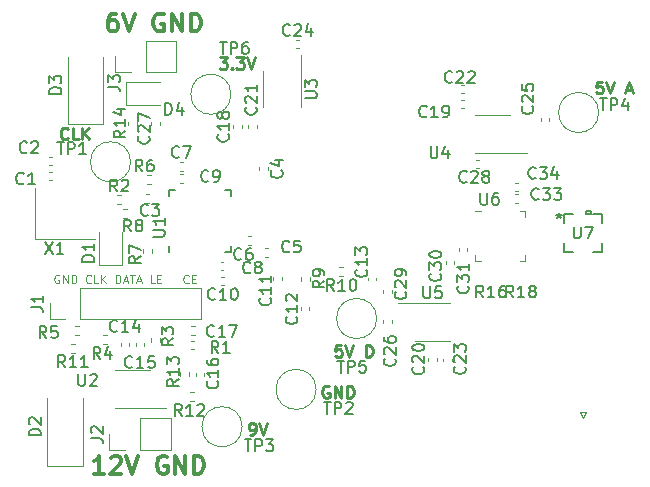
<source format=gbr>
%TF.GenerationSoftware,KiCad,Pcbnew,(5.1.8)-1*%
%TF.CreationDate,2021-01-15T16:44:41+01:00*%
%TF.ProjectId,Ka-band-Mixer,4b612d62-616e-4642-9d4d-697865722e6b,rev?*%
%TF.SameCoordinates,Original*%
%TF.FileFunction,Legend,Top*%
%TF.FilePolarity,Positive*%
%FSLAX46Y46*%
G04 Gerber Fmt 4.6, Leading zero omitted, Abs format (unit mm)*
G04 Created by KiCad (PCBNEW (5.1.8)-1) date 2021-01-15 16:44:41*
%MOMM*%
%LPD*%
G01*
G04 APERTURE LIST*
%ADD10C,0.250000*%
%ADD11C,0.300000*%
%ADD12C,0.125000*%
%ADD13C,0.120000*%
%ADD14C,0.152400*%
%ADD15C,0.150000*%
G04 APERTURE END LIST*
D10*
X119238095Y-112950000D02*
X119142857Y-112902380D01*
X119000000Y-112902380D01*
X118857142Y-112950000D01*
X118761904Y-113045238D01*
X118714285Y-113140476D01*
X118666666Y-113330952D01*
X118666666Y-113473809D01*
X118714285Y-113664285D01*
X118761904Y-113759523D01*
X118857142Y-113854761D01*
X119000000Y-113902380D01*
X119095238Y-113902380D01*
X119238095Y-113854761D01*
X119285714Y-113807142D01*
X119285714Y-113473809D01*
X119095238Y-113473809D01*
X119714285Y-113902380D02*
X119714285Y-112902380D01*
X120285714Y-113902380D01*
X120285714Y-112902380D01*
X120761904Y-113902380D02*
X120761904Y-112902380D01*
X121000000Y-112902380D01*
X121142857Y-112950000D01*
X121238095Y-113045238D01*
X121285714Y-113140476D01*
X121333333Y-113330952D01*
X121333333Y-113473809D01*
X121285714Y-113664285D01*
X121238095Y-113759523D01*
X121142857Y-113854761D01*
X121000000Y-113902380D01*
X120761904Y-113902380D01*
X97125661Y-91943042D02*
X97078042Y-91990661D01*
X96935185Y-92038280D01*
X96839947Y-92038280D01*
X96697090Y-91990661D01*
X96601852Y-91895423D01*
X96554233Y-91800185D01*
X96506614Y-91609709D01*
X96506614Y-91466852D01*
X96554233Y-91276376D01*
X96601852Y-91181138D01*
X96697090Y-91085900D01*
X96839947Y-91038280D01*
X96935185Y-91038280D01*
X97078042Y-91085900D01*
X97125661Y-91133519D01*
X98030423Y-92038280D02*
X97554233Y-92038280D01*
X97554233Y-91038280D01*
X98363757Y-92038280D02*
X98363757Y-91038280D01*
X98935185Y-92038280D02*
X98506614Y-91466852D01*
X98935185Y-91038280D02*
X98363757Y-91609709D01*
X142364700Y-87139380D02*
X141888509Y-87139380D01*
X141840890Y-87615571D01*
X141888509Y-87567952D01*
X141983747Y-87520333D01*
X142221842Y-87520333D01*
X142317080Y-87567952D01*
X142364700Y-87615571D01*
X142412319Y-87710809D01*
X142412319Y-87948904D01*
X142364700Y-88044142D01*
X142317080Y-88091761D01*
X142221842Y-88139380D01*
X141983747Y-88139380D01*
X141888509Y-88091761D01*
X141840890Y-88044142D01*
X142698033Y-87139380D02*
X143031366Y-88139380D01*
X143364700Y-87139380D01*
X144412319Y-87853666D02*
X144888509Y-87853666D01*
X144317080Y-88139380D02*
X144650414Y-87139380D01*
X144983747Y-88139380D01*
X109973409Y-85094680D02*
X110592457Y-85094680D01*
X110259123Y-85475633D01*
X110401980Y-85475633D01*
X110497219Y-85523252D01*
X110544838Y-85570871D01*
X110592457Y-85666109D01*
X110592457Y-85904204D01*
X110544838Y-85999442D01*
X110497219Y-86047061D01*
X110401980Y-86094680D01*
X110116266Y-86094680D01*
X110021028Y-86047061D01*
X109973409Y-85999442D01*
X111021028Y-85999442D02*
X111068647Y-86047061D01*
X111021028Y-86094680D01*
X110973409Y-86047061D01*
X111021028Y-85999442D01*
X111021028Y-86094680D01*
X111401980Y-85094680D02*
X112021028Y-85094680D01*
X111687695Y-85475633D01*
X111830552Y-85475633D01*
X111925790Y-85523252D01*
X111973409Y-85570871D01*
X112021028Y-85666109D01*
X112021028Y-85904204D01*
X111973409Y-85999442D01*
X111925790Y-86047061D01*
X111830552Y-86094680D01*
X111544838Y-86094680D01*
X111449600Y-86047061D01*
X111401980Y-85999442D01*
X112306742Y-85094680D02*
X112640076Y-86094680D01*
X112973409Y-85094680D01*
X120271471Y-109440580D02*
X119795280Y-109440580D01*
X119747661Y-109916771D01*
X119795280Y-109869152D01*
X119890519Y-109821533D01*
X120128614Y-109821533D01*
X120223852Y-109869152D01*
X120271471Y-109916771D01*
X120319090Y-110012009D01*
X120319090Y-110250104D01*
X120271471Y-110345342D01*
X120223852Y-110392961D01*
X120128614Y-110440580D01*
X119890519Y-110440580D01*
X119795280Y-110392961D01*
X119747661Y-110345342D01*
X120604804Y-109440580D02*
X120938138Y-110440580D01*
X121271471Y-109440580D01*
X122366709Y-110440580D02*
X122366709Y-109440580D01*
X122604804Y-109440580D01*
X122747661Y-109488200D01*
X122842900Y-109583438D01*
X122890519Y-109678676D01*
X122938138Y-109869152D01*
X122938138Y-110012009D01*
X122890519Y-110202485D01*
X122842900Y-110297723D01*
X122747661Y-110392961D01*
X122604804Y-110440580D01*
X122366709Y-110440580D01*
X112547852Y-117049660D02*
X112738328Y-117049660D01*
X112833566Y-117002041D01*
X112881185Y-116954422D01*
X112976423Y-116811565D01*
X113024042Y-116621089D01*
X113024042Y-116240137D01*
X112976423Y-116144899D01*
X112928804Y-116097280D01*
X112833566Y-116049660D01*
X112643090Y-116049660D01*
X112547852Y-116097280D01*
X112500233Y-116144899D01*
X112452614Y-116240137D01*
X112452614Y-116478232D01*
X112500233Y-116573470D01*
X112547852Y-116621089D01*
X112643090Y-116668708D01*
X112833566Y-116668708D01*
X112928804Y-116621089D01*
X112976423Y-116573470D01*
X113024042Y-116478232D01*
X113309757Y-116049660D02*
X113643090Y-117049660D01*
X113976423Y-116049660D01*
D11*
X101230514Y-81390171D02*
X100944800Y-81390171D01*
X100801942Y-81461600D01*
X100730514Y-81533028D01*
X100587657Y-81747314D01*
X100516228Y-82033028D01*
X100516228Y-82604457D01*
X100587657Y-82747314D01*
X100659085Y-82818742D01*
X100801942Y-82890171D01*
X101087657Y-82890171D01*
X101230514Y-82818742D01*
X101301942Y-82747314D01*
X101373371Y-82604457D01*
X101373371Y-82247314D01*
X101301942Y-82104457D01*
X101230514Y-82033028D01*
X101087657Y-81961600D01*
X100801942Y-81961600D01*
X100659085Y-82033028D01*
X100587657Y-82104457D01*
X100516228Y-82247314D01*
X101801942Y-81390171D02*
X102301942Y-82890171D01*
X102801942Y-81390171D01*
X105230514Y-81461600D02*
X105087657Y-81390171D01*
X104873371Y-81390171D01*
X104659085Y-81461600D01*
X104516228Y-81604457D01*
X104444800Y-81747314D01*
X104373371Y-82033028D01*
X104373371Y-82247314D01*
X104444800Y-82533028D01*
X104516228Y-82675885D01*
X104659085Y-82818742D01*
X104873371Y-82890171D01*
X105016228Y-82890171D01*
X105230514Y-82818742D01*
X105301942Y-82747314D01*
X105301942Y-82247314D01*
X105016228Y-82247314D01*
X105944800Y-82890171D02*
X105944800Y-81390171D01*
X106801942Y-82890171D01*
X106801942Y-81390171D01*
X107516228Y-82890171D02*
X107516228Y-81390171D01*
X107873371Y-81390171D01*
X108087657Y-81461600D01*
X108230514Y-81604457D01*
X108301942Y-81747314D01*
X108373371Y-82033028D01*
X108373371Y-82247314D01*
X108301942Y-82533028D01*
X108230514Y-82675885D01*
X108087657Y-82818742D01*
X107873371Y-82890171D01*
X107516228Y-82890171D01*
D12*
X96381000Y-103559000D02*
X96314333Y-103525666D01*
X96214333Y-103525666D01*
X96114333Y-103559000D01*
X96047666Y-103625666D01*
X96014333Y-103692333D01*
X95981000Y-103825666D01*
X95981000Y-103925666D01*
X96014333Y-104059000D01*
X96047666Y-104125666D01*
X96114333Y-104192333D01*
X96214333Y-104225666D01*
X96281000Y-104225666D01*
X96381000Y-104192333D01*
X96414333Y-104159000D01*
X96414333Y-103925666D01*
X96281000Y-103925666D01*
X96714333Y-104225666D02*
X96714333Y-103525666D01*
X97114333Y-104225666D01*
X97114333Y-103525666D01*
X97447666Y-104225666D02*
X97447666Y-103525666D01*
X97614333Y-103525666D01*
X97714333Y-103559000D01*
X97781000Y-103625666D01*
X97814333Y-103692333D01*
X97847666Y-103825666D01*
X97847666Y-103925666D01*
X97814333Y-104059000D01*
X97781000Y-104125666D01*
X97714333Y-104192333D01*
X97614333Y-104225666D01*
X97447666Y-104225666D01*
X99081000Y-104159000D02*
X99047666Y-104192333D01*
X98947666Y-104225666D01*
X98881000Y-104225666D01*
X98781000Y-104192333D01*
X98714333Y-104125666D01*
X98681000Y-104059000D01*
X98647666Y-103925666D01*
X98647666Y-103825666D01*
X98681000Y-103692333D01*
X98714333Y-103625666D01*
X98781000Y-103559000D01*
X98881000Y-103525666D01*
X98947666Y-103525666D01*
X99047666Y-103559000D01*
X99081000Y-103592333D01*
X99714333Y-104225666D02*
X99381000Y-104225666D01*
X99381000Y-103525666D01*
X99947666Y-104225666D02*
X99947666Y-103525666D01*
X100347666Y-104225666D02*
X100047666Y-103825666D01*
X100347666Y-103525666D02*
X99947666Y-103925666D01*
X101181000Y-104225666D02*
X101181000Y-103525666D01*
X101347666Y-103525666D01*
X101447666Y-103559000D01*
X101514333Y-103625666D01*
X101547666Y-103692333D01*
X101581000Y-103825666D01*
X101581000Y-103925666D01*
X101547666Y-104059000D01*
X101514333Y-104125666D01*
X101447666Y-104192333D01*
X101347666Y-104225666D01*
X101181000Y-104225666D01*
X101847666Y-104025666D02*
X102181000Y-104025666D01*
X101781000Y-104225666D02*
X102014333Y-103525666D01*
X102247666Y-104225666D01*
X102381000Y-103525666D02*
X102781000Y-103525666D01*
X102581000Y-104225666D02*
X102581000Y-103525666D01*
X102981000Y-104025666D02*
X103314333Y-104025666D01*
X102914333Y-104225666D02*
X103147666Y-103525666D01*
X103381000Y-104225666D01*
X104481000Y-104225666D02*
X104147666Y-104225666D01*
X104147666Y-103525666D01*
X104714333Y-103859000D02*
X104947666Y-103859000D01*
X105047666Y-104225666D02*
X104714333Y-104225666D01*
X104714333Y-103525666D01*
X105047666Y-103525666D01*
X107347666Y-104159000D02*
X107314333Y-104192333D01*
X107214333Y-104225666D01*
X107147666Y-104225666D01*
X107047666Y-104192333D01*
X106981000Y-104125666D01*
X106947666Y-104059000D01*
X106914333Y-103925666D01*
X106914333Y-103825666D01*
X106947666Y-103692333D01*
X106981000Y-103625666D01*
X107047666Y-103559000D01*
X107147666Y-103525666D01*
X107214333Y-103525666D01*
X107314333Y-103559000D01*
X107347666Y-103592333D01*
X107647666Y-103859000D02*
X107881000Y-103859000D01*
X107981000Y-104225666D02*
X107647666Y-104225666D01*
X107647666Y-103525666D01*
X107981000Y-103525666D01*
D11*
X100227285Y-120335571D02*
X99370142Y-120335571D01*
X99798714Y-120335571D02*
X99798714Y-118835571D01*
X99655857Y-119049857D01*
X99513000Y-119192714D01*
X99370142Y-119264142D01*
X100798714Y-118978428D02*
X100870142Y-118907000D01*
X101013000Y-118835571D01*
X101370142Y-118835571D01*
X101513000Y-118907000D01*
X101584428Y-118978428D01*
X101655857Y-119121285D01*
X101655857Y-119264142D01*
X101584428Y-119478428D01*
X100727285Y-120335571D01*
X101655857Y-120335571D01*
X102084428Y-118835571D02*
X102584428Y-120335571D01*
X103084428Y-118835571D01*
X105513000Y-118907000D02*
X105370142Y-118835571D01*
X105155857Y-118835571D01*
X104941571Y-118907000D01*
X104798714Y-119049857D01*
X104727285Y-119192714D01*
X104655857Y-119478428D01*
X104655857Y-119692714D01*
X104727285Y-119978428D01*
X104798714Y-120121285D01*
X104941571Y-120264142D01*
X105155857Y-120335571D01*
X105298714Y-120335571D01*
X105513000Y-120264142D01*
X105584428Y-120192714D01*
X105584428Y-119692714D01*
X105298714Y-119692714D01*
X106227285Y-120335571D02*
X106227285Y-118835571D01*
X107084428Y-120335571D01*
X107084428Y-118835571D01*
X107798714Y-120335571D02*
X107798714Y-118835571D01*
X108155857Y-118835571D01*
X108370142Y-118907000D01*
X108513000Y-119049857D01*
X108584428Y-119192714D01*
X108655857Y-119478428D01*
X108655857Y-119692714D01*
X108584428Y-119978428D01*
X108513000Y-120121285D01*
X108370142Y-120264142D01*
X108155857Y-120335571D01*
X107798714Y-120335571D01*
D13*
%TO.C,C7*%
X106609365Y-94676400D02*
X106841035Y-94676400D01*
X106609365Y-93956400D02*
X106841035Y-93956400D01*
%TO.C,C9*%
X106611905Y-95712720D02*
X106843575Y-95712720D01*
X106611905Y-94992720D02*
X106843575Y-94992720D01*
%TO.C,U6*%
X132100000Y-98105000D02*
X131625000Y-98105000D01*
X135845000Y-102325000D02*
X135845000Y-101850000D01*
X135370000Y-102325000D02*
X135845000Y-102325000D01*
X131625000Y-102325000D02*
X131625000Y-101850000D01*
X132100000Y-102325000D02*
X131625000Y-102325000D01*
X135845000Y-98105000D02*
X135845000Y-98580000D01*
X135370000Y-98105000D02*
X135845000Y-98105000D01*
%TO.C,TP2*%
X118150000Y-113200000D02*
G75*
G03*
X118150000Y-113200000I-1700000J0D01*
G01*
%TO.C,J5*%
X140728440Y-115590420D02*
X140478440Y-115090420D01*
X140478440Y-115090420D02*
X140978440Y-115090420D01*
X140978440Y-115090420D02*
X140728440Y-115590420D01*
%TO.C,D1*%
X101675000Y-102710000D02*
X101675000Y-99850000D01*
X99755000Y-102710000D02*
X101675000Y-102710000D01*
X99755000Y-99850000D02*
X99755000Y-102710000D01*
D14*
%TO.C,U7*%
X141420499Y-98336000D02*
X141039499Y-98336000D01*
X141420499Y-98082000D02*
X141420499Y-98336000D01*
X141039499Y-98082000D02*
X141420499Y-98082000D01*
X141039499Y-98336000D02*
X141039499Y-98082000D01*
X139866255Y-98333000D02*
X139103000Y-98333000D01*
X142357000Y-99096255D02*
X142357000Y-98333000D01*
X141593745Y-101587000D02*
X142357000Y-101587000D01*
X139103000Y-100823745D02*
X139103000Y-101587000D01*
X139103000Y-98333000D02*
X139103000Y-99096255D01*
X142357000Y-98333000D02*
X141593745Y-98333000D01*
X142357000Y-101587000D02*
X142357000Y-100823745D01*
X139103000Y-101587000D02*
X139866255Y-101587000D01*
D13*
%TO.C,D3*%
X100115500Y-90744000D02*
X100115500Y-85044000D01*
X97115500Y-90744000D02*
X100115500Y-90744000D01*
X97115500Y-85044000D02*
X97115500Y-90744000D01*
D15*
%TO.C,U1*%
X105710000Y-96320000D02*
X106235000Y-96320000D01*
X110960000Y-101570000D02*
X110435000Y-101570000D01*
X110960000Y-96320000D02*
X110435000Y-96320000D01*
X105710000Y-101570000D02*
X105710000Y-101045000D01*
X110960000Y-101570000D02*
X110960000Y-101045000D01*
X110960000Y-96320000D02*
X110960000Y-96845000D01*
X105710000Y-96320000D02*
X105710000Y-96845000D01*
D13*
%TO.C,TP6*%
X110935000Y-88215000D02*
G75*
G03*
X110935000Y-88215000I-1700000J0D01*
G01*
%TO.C,TP5*%
X123274560Y-107199080D02*
G75*
G03*
X123274560Y-107199080I-1700000J0D01*
G01*
%TO.C,TP4*%
X142070000Y-89760000D02*
G75*
G03*
X142070000Y-89760000I-1700000J0D01*
G01*
%TO.C,TP3*%
X111880120Y-116363400D02*
G75*
G03*
X111880120Y-116363400I-1700000J0D01*
G01*
%TO.C,TP1*%
X102436400Y-93935200D02*
G75*
G03*
X102436400Y-93935200I-1700000J0D01*
G01*
%TO.C,C1*%
X95750835Y-94775000D02*
X95519165Y-94775000D01*
X95750835Y-95495000D02*
X95519165Y-95495000D01*
%TO.C,C2*%
X95750835Y-93505000D02*
X95519165Y-93505000D01*
X95750835Y-94225000D02*
X95519165Y-94225000D01*
%TO.C,C3*%
X104005835Y-96680000D02*
X103774165Y-96680000D01*
X104005835Y-97400000D02*
X103774165Y-97400000D01*
%TO.C,C4*%
X113335226Y-94384165D02*
X113335226Y-94615835D01*
X114055226Y-94384165D02*
X114055226Y-94615835D01*
%TO.C,C5*%
X114050835Y-101255000D02*
X113819165Y-101255000D01*
X114050835Y-101975000D02*
X113819165Y-101975000D01*
%TO.C,C8*%
X110288335Y-102395000D02*
X110056665Y-102395000D01*
X110288335Y-103115000D02*
X110056665Y-103115000D01*
%TO.C,C10*%
X110355835Y-103665000D02*
X110124165Y-103665000D01*
X110355835Y-104385000D02*
X110124165Y-104385000D01*
%TO.C,C11*%
X115254168Y-103946652D02*
X115254168Y-103714982D01*
X114534168Y-103946652D02*
X114534168Y-103714982D01*
%TO.C,C12*%
X117585000Y-106486652D02*
X117585000Y-106254982D01*
X116865000Y-106486652D02*
X116865000Y-106254982D01*
%TO.C,C13*%
X123259337Y-103973566D02*
X123259337Y-103741896D01*
X122539337Y-103973566D02*
X122539337Y-103741896D01*
%TO.C,C18*%
X111845000Y-91075835D02*
X111845000Y-90844165D01*
X111125000Y-91075835D02*
X111125000Y-90844165D01*
%TO.C,C21*%
X113115000Y-91075835D02*
X113115000Y-90844165D01*
X112395000Y-91075835D02*
X112395000Y-90844165D01*
%TO.C,C27*%
X102260000Y-90574165D02*
X102260000Y-90805835D01*
X102980000Y-90574165D02*
X102980000Y-90805835D01*
%TO.C,R2*%
X101305379Y-97541000D02*
X101640621Y-97541000D01*
X101305379Y-96781000D02*
X101640621Y-96781000D01*
%TO.C,R6*%
X103819979Y-95823960D02*
X104155221Y-95823960D01*
X103819979Y-95063960D02*
X104155221Y-95063960D01*
%TO.C,R7*%
X103510000Y-101317379D02*
X103510000Y-101652621D01*
X104270000Y-101317379D02*
X104270000Y-101652621D01*
%TO.C,R8*%
X101817379Y-98690000D02*
X102152621Y-98690000D01*
X101817379Y-97930000D02*
X102152621Y-97930000D01*
%TO.C,R9*%
X116845000Y-103663196D02*
X116845000Y-103998438D01*
X117605000Y-103663196D02*
X117605000Y-103998438D01*
%TO.C,R10*%
X120451692Y-102873785D02*
X120116450Y-102873785D01*
X120451692Y-103633785D02*
X120116450Y-103633785D01*
%TO.C,X1*%
X94355000Y-100435000D02*
X99455000Y-100435000D01*
X94355000Y-96185000D02*
X94355000Y-100435000D01*
%TO.C,C31*%
X130225000Y-101234165D02*
X130225000Y-101465835D01*
X130945000Y-101234165D02*
X130945000Y-101465835D01*
%TO.C,C30*%
X129125000Y-102334165D02*
X129125000Y-102565835D01*
X129845000Y-102334165D02*
X129845000Y-102565835D01*
%TO.C,C33*%
X134999165Y-97410000D02*
X135230835Y-97410000D01*
X134999165Y-96690000D02*
X135230835Y-96690000D01*
%TO.C,C34*%
X134969165Y-96410000D02*
X135200835Y-96410000D01*
X134969165Y-95690000D02*
X135200835Y-95690000D01*
%TO.C,R11*%
X97707621Y-109325000D02*
X97372379Y-109325000D01*
X97707621Y-110085000D02*
X97372379Y-110085000D01*
%TO.C,C6*%
X112650835Y-100255000D02*
X112419165Y-100255000D01*
X112650835Y-100975000D02*
X112419165Y-100975000D01*
%TO.C,R14*%
X104905000Y-90857621D02*
X104905000Y-90522379D01*
X104145000Y-90857621D02*
X104145000Y-90522379D01*
%TO.C,D4*%
X102030000Y-89110000D02*
X104890000Y-89110000D01*
X102030000Y-87190000D02*
X102030000Y-89110000D01*
X104890000Y-87190000D02*
X102030000Y-87190000D01*
%TO.C,C19*%
X130650835Y-88695000D02*
X130419165Y-88695000D01*
X130650835Y-89415000D02*
X130419165Y-89415000D01*
%TO.C,C20*%
X128355000Y-110760835D02*
X128355000Y-110529165D01*
X127635000Y-110760835D02*
X127635000Y-110529165D01*
%TO.C,C22*%
X130650835Y-87425000D02*
X130419165Y-87425000D01*
X130650835Y-88145000D02*
X130419165Y-88145000D01*
%TO.C,C23*%
X129625000Y-110828335D02*
X129625000Y-110596665D01*
X128905000Y-110828335D02*
X128905000Y-110596665D01*
%TO.C,C24*%
X116449165Y-84335000D02*
X116680835Y-84335000D01*
X116449165Y-83615000D02*
X116680835Y-83615000D01*
%TO.C,C25*%
X137160000Y-90209165D02*
X137160000Y-90440835D01*
X137880000Y-90209165D02*
X137880000Y-90440835D01*
%TO.C,C26*%
X124545000Y-107585835D02*
X124545000Y-107354165D01*
X123825000Y-107585835D02*
X123825000Y-107354165D01*
%TO.C,C28*%
X131689165Y-94495000D02*
X131920835Y-94495000D01*
X131689165Y-93775000D02*
X131920835Y-93775000D01*
%TO.C,C29*%
X123825000Y-104814165D02*
X123825000Y-105045835D01*
X124545000Y-104814165D02*
X124545000Y-105045835D01*
%TO.C,U3*%
X116905000Y-87785000D02*
X116905000Y-84860000D01*
X116905000Y-87785000D02*
X116905000Y-89285000D01*
X113685000Y-87785000D02*
X113685000Y-86285000D01*
X113685000Y-87785000D02*
X113685000Y-89285000D01*
%TO.C,U4*%
X133075000Y-93205000D02*
X136000000Y-93205000D01*
X133075000Y-93205000D02*
X131575000Y-93205000D01*
X133075000Y-89985000D02*
X134575000Y-89985000D01*
X133075000Y-89985000D02*
X131575000Y-89985000D01*
%TO.C,U5*%
X127995000Y-105860000D02*
X125070000Y-105860000D01*
X127995000Y-105860000D02*
X129495000Y-105860000D01*
X127995000Y-109080000D02*
X126495000Y-109080000D01*
X127995000Y-109080000D02*
X129495000Y-109080000D01*
%TO.C,C15*%
X102870000Y-109259165D02*
X102870000Y-109490835D01*
X103590000Y-109259165D02*
X103590000Y-109490835D01*
%TO.C,C16*%
X108670000Y-112030835D02*
X108670000Y-111799165D01*
X107950000Y-112030835D02*
X107950000Y-111799165D01*
%TO.C,C14*%
X101600000Y-109259165D02*
X101600000Y-109490835D01*
X102320000Y-109259165D02*
X102320000Y-109490835D01*
%TO.C,C17*%
X107559165Y-109815000D02*
X107790835Y-109815000D01*
X107559165Y-109095000D02*
X107790835Y-109095000D01*
%TO.C,D2*%
X98380000Y-119660000D02*
X98380000Y-113960000D01*
X95380000Y-119660000D02*
X98380000Y-119660000D01*
X95380000Y-113960000D02*
X95380000Y-119660000D01*
%TO.C,R12*%
X107842621Y-113440000D02*
X107507379Y-113440000D01*
X107842621Y-114200000D02*
X107507379Y-114200000D01*
%TO.C,R13*%
X107420000Y-112082621D02*
X107420000Y-111747379D01*
X106660000Y-112082621D02*
X106660000Y-111747379D01*
%TO.C,U2*%
X102595000Y-114795000D02*
X105470000Y-114795000D01*
X102595000Y-114795000D02*
X101095000Y-114795000D01*
X102595000Y-111575000D02*
X104095000Y-111575000D01*
X102595000Y-111575000D02*
X101095000Y-111575000D01*
%TO.C,J1*%
X95575000Y-107260000D02*
X95575000Y-105930000D01*
X96905000Y-107260000D02*
X95575000Y-107260000D01*
X98175000Y-107260000D02*
X98175000Y-104600000D01*
X98175000Y-104600000D02*
X108395000Y-104600000D01*
X98175000Y-107260000D02*
X108395000Y-107260000D01*
X108395000Y-107260000D02*
X108395000Y-104600000D01*
%TO.C,J2*%
X100630000Y-118325000D02*
X100630000Y-116995000D01*
X101960000Y-118325000D02*
X100630000Y-118325000D01*
X103230000Y-118325000D02*
X103230000Y-115665000D01*
X103230000Y-115665000D02*
X105830000Y-115665000D01*
X103230000Y-118325000D02*
X105830000Y-118325000D01*
X105830000Y-118325000D02*
X105830000Y-115665000D01*
%TO.C,J3*%
X101108200Y-86335600D02*
X101108200Y-85005600D01*
X102438200Y-86335600D02*
X101108200Y-86335600D01*
X103708200Y-86335600D02*
X103708200Y-83675600D01*
X103708200Y-83675600D02*
X106308200Y-83675600D01*
X103708200Y-86335600D02*
X106308200Y-86335600D01*
X106308200Y-86335600D02*
X106308200Y-83675600D01*
%TO.C,R1*%
X107902621Y-107825000D02*
X107567379Y-107825000D01*
X107902621Y-108585000D02*
X107567379Y-108585000D01*
%TO.C,R3*%
X104141000Y-108821379D02*
X104141000Y-109156621D01*
X104901000Y-108821379D02*
X104901000Y-109156621D01*
%TO.C,R4*%
X100067379Y-109335000D02*
X100402621Y-109335000D01*
X100067379Y-108575000D02*
X100402621Y-108575000D01*
%TO.C,R5*%
X98084621Y-107825000D02*
X97749379Y-107825000D01*
X98084621Y-108585000D02*
X97749379Y-108585000D01*
%TO.C,C7*%
D15*
X106558533Y-93513542D02*
X106510914Y-93561161D01*
X106368057Y-93608780D01*
X106272819Y-93608780D01*
X106129961Y-93561161D01*
X106034723Y-93465923D01*
X105987104Y-93370685D01*
X105939485Y-93180209D01*
X105939485Y-93037352D01*
X105987104Y-92846876D01*
X106034723Y-92751638D01*
X106129961Y-92656400D01*
X106272819Y-92608780D01*
X106368057Y-92608780D01*
X106510914Y-92656400D01*
X106558533Y-92704019D01*
X106891866Y-92608780D02*
X107558533Y-92608780D01*
X107129961Y-93608780D01*
%TO.C,C9*%
X109022333Y-95537142D02*
X108974714Y-95584761D01*
X108831857Y-95632380D01*
X108736619Y-95632380D01*
X108593761Y-95584761D01*
X108498523Y-95489523D01*
X108450904Y-95394285D01*
X108403285Y-95203809D01*
X108403285Y-95060952D01*
X108450904Y-94870476D01*
X108498523Y-94775238D01*
X108593761Y-94680000D01*
X108736619Y-94632380D01*
X108831857Y-94632380D01*
X108974714Y-94680000D01*
X109022333Y-94727619D01*
X109498523Y-95632380D02*
X109689000Y-95632380D01*
X109784238Y-95584761D01*
X109831857Y-95537142D01*
X109927095Y-95394285D01*
X109974714Y-95203809D01*
X109974714Y-94822857D01*
X109927095Y-94727619D01*
X109879476Y-94680000D01*
X109784238Y-94632380D01*
X109593761Y-94632380D01*
X109498523Y-94680000D01*
X109450904Y-94727619D01*
X109403285Y-94822857D01*
X109403285Y-95060952D01*
X109450904Y-95156190D01*
X109498523Y-95203809D01*
X109593761Y-95251428D01*
X109784238Y-95251428D01*
X109879476Y-95203809D01*
X109927095Y-95156190D01*
X109974714Y-95060952D01*
%TO.C,U6*%
X132053095Y-96562380D02*
X132053095Y-97371904D01*
X132100714Y-97467142D01*
X132148333Y-97514761D01*
X132243571Y-97562380D01*
X132434047Y-97562380D01*
X132529285Y-97514761D01*
X132576904Y-97467142D01*
X132624523Y-97371904D01*
X132624523Y-96562380D01*
X133529285Y-96562380D02*
X133338809Y-96562380D01*
X133243571Y-96610000D01*
X133195952Y-96657619D01*
X133100714Y-96800476D01*
X133053095Y-96990952D01*
X133053095Y-97371904D01*
X133100714Y-97467142D01*
X133148333Y-97514761D01*
X133243571Y-97562380D01*
X133434047Y-97562380D01*
X133529285Y-97514761D01*
X133576904Y-97467142D01*
X133624523Y-97371904D01*
X133624523Y-97133809D01*
X133576904Y-97038571D01*
X133529285Y-96990952D01*
X133434047Y-96943333D01*
X133243571Y-96943333D01*
X133148333Y-96990952D01*
X133100714Y-97038571D01*
X133053095Y-97133809D01*
%TO.C,TP2*%
X118810995Y-114266580D02*
X119382423Y-114266580D01*
X119096709Y-115266580D02*
X119096709Y-114266580D01*
X119715757Y-115266580D02*
X119715757Y-114266580D01*
X120096709Y-114266580D01*
X120191947Y-114314200D01*
X120239566Y-114361819D01*
X120287185Y-114457057D01*
X120287185Y-114599914D01*
X120239566Y-114695152D01*
X120191947Y-114742771D01*
X120096709Y-114790390D01*
X119715757Y-114790390D01*
X120668138Y-114361819D02*
X120715757Y-114314200D01*
X120810995Y-114266580D01*
X121049090Y-114266580D01*
X121144328Y-114314200D01*
X121191947Y-114361819D01*
X121239566Y-114457057D01*
X121239566Y-114552295D01*
X121191947Y-114695152D01*
X120620519Y-115266580D01*
X121239566Y-115266580D01*
%TO.C,D1*%
X99347380Y-102378095D02*
X98347380Y-102378095D01*
X98347380Y-102140000D01*
X98395000Y-101997142D01*
X98490238Y-101901904D01*
X98585476Y-101854285D01*
X98775952Y-101806666D01*
X98918809Y-101806666D01*
X99109285Y-101854285D01*
X99204523Y-101901904D01*
X99299761Y-101997142D01*
X99347380Y-102140000D01*
X99347380Y-102378095D01*
X99347380Y-100854285D02*
X99347380Y-101425714D01*
X99347380Y-101140000D02*
X98347380Y-101140000D01*
X98490238Y-101235238D01*
X98585476Y-101330476D01*
X98633095Y-101425714D01*
%TO.C,U7*%
X139968095Y-99412380D02*
X139968095Y-100221904D01*
X140015714Y-100317142D01*
X140063333Y-100364761D01*
X140158571Y-100412380D01*
X140349047Y-100412380D01*
X140444285Y-100364761D01*
X140491904Y-100317142D01*
X140539523Y-100221904D01*
X140539523Y-99412380D01*
X140920476Y-99412380D02*
X141587142Y-99412380D01*
X141158571Y-100412380D01*
X138725000Y-98281380D02*
X138725000Y-98519476D01*
X138486904Y-98424238D02*
X138725000Y-98519476D01*
X138963095Y-98424238D01*
X138582142Y-98709952D02*
X138725000Y-98519476D01*
X138867857Y-98709952D01*
X138725000Y-98281380D02*
X138725000Y-98519476D01*
X138486904Y-98424238D02*
X138725000Y-98519476D01*
X138963095Y-98424238D01*
X138582142Y-98709952D02*
X138725000Y-98519476D01*
X138867857Y-98709952D01*
%TO.C,D3*%
X96567880Y-88182095D02*
X95567880Y-88182095D01*
X95567880Y-87944000D01*
X95615500Y-87801142D01*
X95710738Y-87705904D01*
X95805976Y-87658285D01*
X95996452Y-87610666D01*
X96139309Y-87610666D01*
X96329785Y-87658285D01*
X96425023Y-87705904D01*
X96520261Y-87801142D01*
X96567880Y-87944000D01*
X96567880Y-88182095D01*
X95567880Y-87277333D02*
X95567880Y-86658285D01*
X95948833Y-86991619D01*
X95948833Y-86848761D01*
X95996452Y-86753523D01*
X96044071Y-86705904D01*
X96139309Y-86658285D01*
X96377404Y-86658285D01*
X96472642Y-86705904D01*
X96520261Y-86753523D01*
X96567880Y-86848761D01*
X96567880Y-87134476D01*
X96520261Y-87229714D01*
X96472642Y-87277333D01*
%TO.C,R18*%
X134835142Y-105411380D02*
X134501809Y-104935190D01*
X134263714Y-105411380D02*
X134263714Y-104411380D01*
X134644666Y-104411380D01*
X134739904Y-104459000D01*
X134787523Y-104506619D01*
X134835142Y-104601857D01*
X134835142Y-104744714D01*
X134787523Y-104839952D01*
X134739904Y-104887571D01*
X134644666Y-104935190D01*
X134263714Y-104935190D01*
X135787523Y-105411380D02*
X135216095Y-105411380D01*
X135501809Y-105411380D02*
X135501809Y-104411380D01*
X135406571Y-104554238D01*
X135311333Y-104649476D01*
X135216095Y-104697095D01*
X136358952Y-104839952D02*
X136263714Y-104792333D01*
X136216095Y-104744714D01*
X136168476Y-104649476D01*
X136168476Y-104601857D01*
X136216095Y-104506619D01*
X136263714Y-104459000D01*
X136358952Y-104411380D01*
X136549428Y-104411380D01*
X136644666Y-104459000D01*
X136692285Y-104506619D01*
X136739904Y-104601857D01*
X136739904Y-104649476D01*
X136692285Y-104744714D01*
X136644666Y-104792333D01*
X136549428Y-104839952D01*
X136358952Y-104839952D01*
X136263714Y-104887571D01*
X136216095Y-104935190D01*
X136168476Y-105030428D01*
X136168476Y-105220904D01*
X136216095Y-105316142D01*
X136263714Y-105363761D01*
X136358952Y-105411380D01*
X136549428Y-105411380D01*
X136644666Y-105363761D01*
X136692285Y-105316142D01*
X136739904Y-105220904D01*
X136739904Y-105030428D01*
X136692285Y-104935190D01*
X136644666Y-104887571D01*
X136549428Y-104839952D01*
%TO.C,R16*%
X132295142Y-105411380D02*
X131961809Y-104935190D01*
X131723714Y-105411380D02*
X131723714Y-104411380D01*
X132104666Y-104411380D01*
X132199904Y-104459000D01*
X132247523Y-104506619D01*
X132295142Y-104601857D01*
X132295142Y-104744714D01*
X132247523Y-104839952D01*
X132199904Y-104887571D01*
X132104666Y-104935190D01*
X131723714Y-104935190D01*
X133247523Y-105411380D02*
X132676095Y-105411380D01*
X132961809Y-105411380D02*
X132961809Y-104411380D01*
X132866571Y-104554238D01*
X132771333Y-104649476D01*
X132676095Y-104697095D01*
X134104666Y-104411380D02*
X133914190Y-104411380D01*
X133818952Y-104459000D01*
X133771333Y-104506619D01*
X133676095Y-104649476D01*
X133628476Y-104839952D01*
X133628476Y-105220904D01*
X133676095Y-105316142D01*
X133723714Y-105363761D01*
X133818952Y-105411380D01*
X134009428Y-105411380D01*
X134104666Y-105363761D01*
X134152285Y-105316142D01*
X134199904Y-105220904D01*
X134199904Y-104982809D01*
X134152285Y-104887571D01*
X134104666Y-104839952D01*
X134009428Y-104792333D01*
X133818952Y-104792333D01*
X133723714Y-104839952D01*
X133676095Y-104887571D01*
X133628476Y-104982809D01*
%TO.C,U1*%
X104323380Y-100259904D02*
X105132904Y-100259904D01*
X105228142Y-100212285D01*
X105275761Y-100164666D01*
X105323380Y-100069428D01*
X105323380Y-99878952D01*
X105275761Y-99783714D01*
X105228142Y-99736095D01*
X105132904Y-99688476D01*
X104323380Y-99688476D01*
X105323380Y-98688476D02*
X105323380Y-99259904D01*
X105323380Y-98974190D02*
X104323380Y-98974190D01*
X104466238Y-99069428D01*
X104561476Y-99164666D01*
X104609095Y-99259904D01*
%TO.C,TP6*%
X110009895Y-83786580D02*
X110581323Y-83786580D01*
X110295609Y-84786580D02*
X110295609Y-83786580D01*
X110914657Y-84786580D02*
X110914657Y-83786580D01*
X111295609Y-83786580D01*
X111390847Y-83834200D01*
X111438466Y-83881819D01*
X111486085Y-83977057D01*
X111486085Y-84119914D01*
X111438466Y-84215152D01*
X111390847Y-84262771D01*
X111295609Y-84310390D01*
X110914657Y-84310390D01*
X112343228Y-83786580D02*
X112152752Y-83786580D01*
X112057514Y-83834200D01*
X112009895Y-83881819D01*
X111914657Y-84024676D01*
X111867038Y-84215152D01*
X111867038Y-84596104D01*
X111914657Y-84691342D01*
X111962276Y-84738961D01*
X112057514Y-84786580D01*
X112247990Y-84786580D01*
X112343228Y-84738961D01*
X112390847Y-84691342D01*
X112438466Y-84596104D01*
X112438466Y-84358009D01*
X112390847Y-84262771D01*
X112343228Y-84215152D01*
X112247990Y-84167533D01*
X112057514Y-84167533D01*
X111962276Y-84215152D01*
X111914657Y-84262771D01*
X111867038Y-84358009D01*
%TO.C,TP5*%
X119941295Y-110774080D02*
X120512723Y-110774080D01*
X120227009Y-111774080D02*
X120227009Y-110774080D01*
X120846057Y-111774080D02*
X120846057Y-110774080D01*
X121227009Y-110774080D01*
X121322247Y-110821700D01*
X121369866Y-110869319D01*
X121417485Y-110964557D01*
X121417485Y-111107414D01*
X121369866Y-111202652D01*
X121322247Y-111250271D01*
X121227009Y-111297890D01*
X120846057Y-111297890D01*
X122322247Y-110774080D02*
X121846057Y-110774080D01*
X121798438Y-111250271D01*
X121846057Y-111202652D01*
X121941295Y-111155033D01*
X122179390Y-111155033D01*
X122274628Y-111202652D01*
X122322247Y-111250271D01*
X122369866Y-111345509D01*
X122369866Y-111583604D01*
X122322247Y-111678842D01*
X122274628Y-111726461D01*
X122179390Y-111774080D01*
X121941295Y-111774080D01*
X121846057Y-111726461D01*
X121798438Y-111678842D01*
%TO.C,TP4*%
X142186455Y-88573860D02*
X142757883Y-88573860D01*
X142472169Y-89573860D02*
X142472169Y-88573860D01*
X143091217Y-89573860D02*
X143091217Y-88573860D01*
X143472169Y-88573860D01*
X143567407Y-88621480D01*
X143615026Y-88669099D01*
X143662645Y-88764337D01*
X143662645Y-88907194D01*
X143615026Y-89002432D01*
X143567407Y-89050051D01*
X143472169Y-89097670D01*
X143091217Y-89097670D01*
X144519788Y-88907194D02*
X144519788Y-89573860D01*
X144281693Y-88526241D02*
X144043598Y-89240527D01*
X144662645Y-89240527D01*
%TO.C,TP3*%
X112105395Y-117441580D02*
X112676823Y-117441580D01*
X112391109Y-118441580D02*
X112391109Y-117441580D01*
X113010157Y-118441580D02*
X113010157Y-117441580D01*
X113391109Y-117441580D01*
X113486347Y-117489200D01*
X113533966Y-117536819D01*
X113581585Y-117632057D01*
X113581585Y-117774914D01*
X113533966Y-117870152D01*
X113486347Y-117917771D01*
X113391109Y-117965390D01*
X113010157Y-117965390D01*
X113914919Y-117441580D02*
X114533966Y-117441580D01*
X114200633Y-117822533D01*
X114343490Y-117822533D01*
X114438728Y-117870152D01*
X114486347Y-117917771D01*
X114533966Y-118013009D01*
X114533966Y-118251104D01*
X114486347Y-118346342D01*
X114438728Y-118393961D01*
X114343490Y-118441580D01*
X114057776Y-118441580D01*
X113962538Y-118393961D01*
X113914919Y-118346342D01*
%TO.C,TP1*%
X96230395Y-92295580D02*
X96801823Y-92295580D01*
X96516109Y-93295580D02*
X96516109Y-92295580D01*
X97135157Y-93295580D02*
X97135157Y-92295580D01*
X97516109Y-92295580D01*
X97611347Y-92343200D01*
X97658966Y-92390819D01*
X97706585Y-92486057D01*
X97706585Y-92628914D01*
X97658966Y-92724152D01*
X97611347Y-92771771D01*
X97516109Y-92819390D01*
X97135157Y-92819390D01*
X98658966Y-93295580D02*
X98087538Y-93295580D01*
X98373252Y-93295580D02*
X98373252Y-92295580D01*
X98278014Y-92438438D01*
X98182776Y-92533676D01*
X98087538Y-92581295D01*
%TO.C,C1*%
X93388333Y-95757142D02*
X93340714Y-95804761D01*
X93197857Y-95852380D01*
X93102619Y-95852380D01*
X92959761Y-95804761D01*
X92864523Y-95709523D01*
X92816904Y-95614285D01*
X92769285Y-95423809D01*
X92769285Y-95280952D01*
X92816904Y-95090476D01*
X92864523Y-94995238D01*
X92959761Y-94900000D01*
X93102619Y-94852380D01*
X93197857Y-94852380D01*
X93340714Y-94900000D01*
X93388333Y-94947619D01*
X94340714Y-95852380D02*
X93769285Y-95852380D01*
X94055000Y-95852380D02*
X94055000Y-94852380D01*
X93959761Y-94995238D01*
X93864523Y-95090476D01*
X93769285Y-95138095D01*
%TO.C,C2*%
X93668033Y-93111442D02*
X93620414Y-93159061D01*
X93477557Y-93206680D01*
X93382319Y-93206680D01*
X93239461Y-93159061D01*
X93144223Y-93063823D01*
X93096604Y-92968585D01*
X93048985Y-92778109D01*
X93048985Y-92635252D01*
X93096604Y-92444776D01*
X93144223Y-92349538D01*
X93239461Y-92254300D01*
X93382319Y-92206680D01*
X93477557Y-92206680D01*
X93620414Y-92254300D01*
X93668033Y-92301919D01*
X94048985Y-92301919D02*
X94096604Y-92254300D01*
X94191842Y-92206680D01*
X94429938Y-92206680D01*
X94525176Y-92254300D01*
X94572795Y-92301919D01*
X94620414Y-92397157D01*
X94620414Y-92492395D01*
X94572795Y-92635252D01*
X94001366Y-93206680D01*
X94620414Y-93206680D01*
%TO.C,C3*%
X103898333Y-98407142D02*
X103850714Y-98454761D01*
X103707857Y-98502380D01*
X103612619Y-98502380D01*
X103469761Y-98454761D01*
X103374523Y-98359523D01*
X103326904Y-98264285D01*
X103279285Y-98073809D01*
X103279285Y-97930952D01*
X103326904Y-97740476D01*
X103374523Y-97645238D01*
X103469761Y-97550000D01*
X103612619Y-97502380D01*
X103707857Y-97502380D01*
X103850714Y-97550000D01*
X103898333Y-97597619D01*
X104231666Y-97502380D02*
X104850714Y-97502380D01*
X104517380Y-97883333D01*
X104660238Y-97883333D01*
X104755476Y-97930952D01*
X104803095Y-97978571D01*
X104850714Y-98073809D01*
X104850714Y-98311904D01*
X104803095Y-98407142D01*
X104755476Y-98454761D01*
X104660238Y-98502380D01*
X104374523Y-98502380D01*
X104279285Y-98454761D01*
X104231666Y-98407142D01*
%TO.C,C4*%
X115212368Y-94666666D02*
X115259987Y-94714285D01*
X115307606Y-94857142D01*
X115307606Y-94952380D01*
X115259987Y-95095238D01*
X115164749Y-95190476D01*
X115069511Y-95238095D01*
X114879035Y-95285714D01*
X114736178Y-95285714D01*
X114545702Y-95238095D01*
X114450464Y-95190476D01*
X114355226Y-95095238D01*
X114307606Y-94952380D01*
X114307606Y-94857142D01*
X114355226Y-94714285D01*
X114402845Y-94666666D01*
X114640940Y-93809523D02*
X115307606Y-93809523D01*
X114259987Y-94047619D02*
X114974273Y-94285714D01*
X114974273Y-93666666D01*
%TO.C,C5*%
X115880333Y-101506142D02*
X115832714Y-101553761D01*
X115689857Y-101601380D01*
X115594619Y-101601380D01*
X115451761Y-101553761D01*
X115356523Y-101458523D01*
X115308904Y-101363285D01*
X115261285Y-101172809D01*
X115261285Y-101029952D01*
X115308904Y-100839476D01*
X115356523Y-100744238D01*
X115451761Y-100649000D01*
X115594619Y-100601380D01*
X115689857Y-100601380D01*
X115832714Y-100649000D01*
X115880333Y-100696619D01*
X116785095Y-100601380D02*
X116308904Y-100601380D01*
X116261285Y-101077571D01*
X116308904Y-101029952D01*
X116404142Y-100982333D01*
X116642238Y-100982333D01*
X116737476Y-101029952D01*
X116785095Y-101077571D01*
X116832714Y-101172809D01*
X116832714Y-101410904D01*
X116785095Y-101506142D01*
X116737476Y-101553761D01*
X116642238Y-101601380D01*
X116404142Y-101601380D01*
X116308904Y-101553761D01*
X116261285Y-101506142D01*
%TO.C,C8*%
X112578333Y-103284142D02*
X112530714Y-103331761D01*
X112387857Y-103379380D01*
X112292619Y-103379380D01*
X112149761Y-103331761D01*
X112054523Y-103236523D01*
X112006904Y-103141285D01*
X111959285Y-102950809D01*
X111959285Y-102807952D01*
X112006904Y-102617476D01*
X112054523Y-102522238D01*
X112149761Y-102427000D01*
X112292619Y-102379380D01*
X112387857Y-102379380D01*
X112530714Y-102427000D01*
X112578333Y-102474619D01*
X113149761Y-102807952D02*
X113054523Y-102760333D01*
X113006904Y-102712714D01*
X112959285Y-102617476D01*
X112959285Y-102569857D01*
X113006904Y-102474619D01*
X113054523Y-102427000D01*
X113149761Y-102379380D01*
X113340238Y-102379380D01*
X113435476Y-102427000D01*
X113483095Y-102474619D01*
X113530714Y-102569857D01*
X113530714Y-102617476D01*
X113483095Y-102712714D01*
X113435476Y-102760333D01*
X113340238Y-102807952D01*
X113149761Y-102807952D01*
X113054523Y-102855571D01*
X113006904Y-102903190D01*
X112959285Y-102998428D01*
X112959285Y-103188904D01*
X113006904Y-103284142D01*
X113054523Y-103331761D01*
X113149761Y-103379380D01*
X113340238Y-103379380D01*
X113435476Y-103331761D01*
X113483095Y-103284142D01*
X113530714Y-103188904D01*
X113530714Y-102998428D01*
X113483095Y-102903190D01*
X113435476Y-102855571D01*
X113340238Y-102807952D01*
%TO.C,C10*%
X109597142Y-105542142D02*
X109549523Y-105589761D01*
X109406666Y-105637380D01*
X109311428Y-105637380D01*
X109168571Y-105589761D01*
X109073333Y-105494523D01*
X109025714Y-105399285D01*
X108978095Y-105208809D01*
X108978095Y-105065952D01*
X109025714Y-104875476D01*
X109073333Y-104780238D01*
X109168571Y-104685000D01*
X109311428Y-104637380D01*
X109406666Y-104637380D01*
X109549523Y-104685000D01*
X109597142Y-104732619D01*
X110549523Y-105637380D02*
X109978095Y-105637380D01*
X110263809Y-105637380D02*
X110263809Y-104637380D01*
X110168571Y-104780238D01*
X110073333Y-104875476D01*
X109978095Y-104923095D01*
X111168571Y-104637380D02*
X111263809Y-104637380D01*
X111359047Y-104685000D01*
X111406666Y-104732619D01*
X111454285Y-104827857D01*
X111501904Y-105018333D01*
X111501904Y-105256428D01*
X111454285Y-105446904D01*
X111406666Y-105542142D01*
X111359047Y-105589761D01*
X111263809Y-105637380D01*
X111168571Y-105637380D01*
X111073333Y-105589761D01*
X111025714Y-105542142D01*
X110978095Y-105446904D01*
X110930476Y-105256428D01*
X110930476Y-105018333D01*
X110978095Y-104827857D01*
X111025714Y-104732619D01*
X111073333Y-104685000D01*
X111168571Y-104637380D01*
%TO.C,C11*%
X114245142Y-105474857D02*
X114292761Y-105522476D01*
X114340380Y-105665333D01*
X114340380Y-105760571D01*
X114292761Y-105903428D01*
X114197523Y-105998666D01*
X114102285Y-106046285D01*
X113911809Y-106093904D01*
X113768952Y-106093904D01*
X113578476Y-106046285D01*
X113483238Y-105998666D01*
X113388000Y-105903428D01*
X113340380Y-105760571D01*
X113340380Y-105665333D01*
X113388000Y-105522476D01*
X113435619Y-105474857D01*
X114340380Y-104522476D02*
X114340380Y-105093904D01*
X114340380Y-104808190D02*
X113340380Y-104808190D01*
X113483238Y-104903428D01*
X113578476Y-104998666D01*
X113626095Y-105093904D01*
X114340380Y-103570095D02*
X114340380Y-104141523D01*
X114340380Y-103855809D02*
X113340380Y-103855809D01*
X113483238Y-103951047D01*
X113578476Y-104046285D01*
X113626095Y-104141523D01*
%TO.C,C12*%
X116462142Y-107042857D02*
X116509761Y-107090476D01*
X116557380Y-107233333D01*
X116557380Y-107328571D01*
X116509761Y-107471428D01*
X116414523Y-107566666D01*
X116319285Y-107614285D01*
X116128809Y-107661904D01*
X115985952Y-107661904D01*
X115795476Y-107614285D01*
X115700238Y-107566666D01*
X115605000Y-107471428D01*
X115557380Y-107328571D01*
X115557380Y-107233333D01*
X115605000Y-107090476D01*
X115652619Y-107042857D01*
X116557380Y-106090476D02*
X116557380Y-106661904D01*
X116557380Y-106376190D02*
X115557380Y-106376190D01*
X115700238Y-106471428D01*
X115795476Y-106566666D01*
X115843095Y-106661904D01*
X115652619Y-105709523D02*
X115605000Y-105661904D01*
X115557380Y-105566666D01*
X115557380Y-105328571D01*
X115605000Y-105233333D01*
X115652619Y-105185714D01*
X115747857Y-105138095D01*
X115843095Y-105138095D01*
X115985952Y-105185714D01*
X116557380Y-105757142D01*
X116557380Y-105138095D01*
%TO.C,C13*%
X122382142Y-103072857D02*
X122429761Y-103120476D01*
X122477380Y-103263333D01*
X122477380Y-103358571D01*
X122429761Y-103501428D01*
X122334523Y-103596666D01*
X122239285Y-103644285D01*
X122048809Y-103691904D01*
X121905952Y-103691904D01*
X121715476Y-103644285D01*
X121620238Y-103596666D01*
X121525000Y-103501428D01*
X121477380Y-103358571D01*
X121477380Y-103263333D01*
X121525000Y-103120476D01*
X121572619Y-103072857D01*
X122477380Y-102120476D02*
X122477380Y-102691904D01*
X122477380Y-102406190D02*
X121477380Y-102406190D01*
X121620238Y-102501428D01*
X121715476Y-102596666D01*
X121763095Y-102691904D01*
X121477380Y-101787142D02*
X121477380Y-101168095D01*
X121858333Y-101501428D01*
X121858333Y-101358571D01*
X121905952Y-101263333D01*
X121953571Y-101215714D01*
X122048809Y-101168095D01*
X122286904Y-101168095D01*
X122382142Y-101215714D01*
X122429761Y-101263333D01*
X122477380Y-101358571D01*
X122477380Y-101644285D01*
X122429761Y-101739523D01*
X122382142Y-101787142D01*
%TO.C,C18*%
X110682142Y-91602857D02*
X110729761Y-91650476D01*
X110777380Y-91793333D01*
X110777380Y-91888571D01*
X110729761Y-92031428D01*
X110634523Y-92126666D01*
X110539285Y-92174285D01*
X110348809Y-92221904D01*
X110205952Y-92221904D01*
X110015476Y-92174285D01*
X109920238Y-92126666D01*
X109825000Y-92031428D01*
X109777380Y-91888571D01*
X109777380Y-91793333D01*
X109825000Y-91650476D01*
X109872619Y-91602857D01*
X110777380Y-90650476D02*
X110777380Y-91221904D01*
X110777380Y-90936190D02*
X109777380Y-90936190D01*
X109920238Y-91031428D01*
X110015476Y-91126666D01*
X110063095Y-91221904D01*
X110205952Y-90079047D02*
X110158333Y-90174285D01*
X110110714Y-90221904D01*
X110015476Y-90269523D01*
X109967857Y-90269523D01*
X109872619Y-90221904D01*
X109825000Y-90174285D01*
X109777380Y-90079047D01*
X109777380Y-89888571D01*
X109825000Y-89793333D01*
X109872619Y-89745714D01*
X109967857Y-89698095D01*
X110015476Y-89698095D01*
X110110714Y-89745714D01*
X110158333Y-89793333D01*
X110205952Y-89888571D01*
X110205952Y-90079047D01*
X110253571Y-90174285D01*
X110301190Y-90221904D01*
X110396428Y-90269523D01*
X110586904Y-90269523D01*
X110682142Y-90221904D01*
X110729761Y-90174285D01*
X110777380Y-90079047D01*
X110777380Y-89888571D01*
X110729761Y-89793333D01*
X110682142Y-89745714D01*
X110586904Y-89698095D01*
X110396428Y-89698095D01*
X110301190Y-89745714D01*
X110253571Y-89793333D01*
X110205952Y-89888571D01*
%TO.C,C21*%
X113032142Y-89312857D02*
X113079761Y-89360476D01*
X113127380Y-89503333D01*
X113127380Y-89598571D01*
X113079761Y-89741428D01*
X112984523Y-89836666D01*
X112889285Y-89884285D01*
X112698809Y-89931904D01*
X112555952Y-89931904D01*
X112365476Y-89884285D01*
X112270238Y-89836666D01*
X112175000Y-89741428D01*
X112127380Y-89598571D01*
X112127380Y-89503333D01*
X112175000Y-89360476D01*
X112222619Y-89312857D01*
X112222619Y-88931904D02*
X112175000Y-88884285D01*
X112127380Y-88789047D01*
X112127380Y-88550952D01*
X112175000Y-88455714D01*
X112222619Y-88408095D01*
X112317857Y-88360476D01*
X112413095Y-88360476D01*
X112555952Y-88408095D01*
X113127380Y-88979523D01*
X113127380Y-88360476D01*
X113127380Y-87408095D02*
X113127380Y-87979523D01*
X113127380Y-87693809D02*
X112127380Y-87693809D01*
X112270238Y-87789047D01*
X112365476Y-87884285D01*
X112413095Y-87979523D01*
%TO.C,C27*%
X103962142Y-91772857D02*
X104009761Y-91820476D01*
X104057380Y-91963333D01*
X104057380Y-92058571D01*
X104009761Y-92201428D01*
X103914523Y-92296666D01*
X103819285Y-92344285D01*
X103628809Y-92391904D01*
X103485952Y-92391904D01*
X103295476Y-92344285D01*
X103200238Y-92296666D01*
X103105000Y-92201428D01*
X103057380Y-92058571D01*
X103057380Y-91963333D01*
X103105000Y-91820476D01*
X103152619Y-91772857D01*
X103152619Y-91391904D02*
X103105000Y-91344285D01*
X103057380Y-91249047D01*
X103057380Y-91010952D01*
X103105000Y-90915714D01*
X103152619Y-90868095D01*
X103247857Y-90820476D01*
X103343095Y-90820476D01*
X103485952Y-90868095D01*
X104057380Y-91439523D01*
X104057380Y-90820476D01*
X103057380Y-90487142D02*
X103057380Y-89820476D01*
X104057380Y-90249047D01*
%TO.C,R2*%
X101306333Y-96443380D02*
X100973000Y-95967190D01*
X100734904Y-96443380D02*
X100734904Y-95443380D01*
X101115857Y-95443380D01*
X101211095Y-95491000D01*
X101258714Y-95538619D01*
X101306333Y-95633857D01*
X101306333Y-95776714D01*
X101258714Y-95871952D01*
X101211095Y-95919571D01*
X101115857Y-95967190D01*
X100734904Y-95967190D01*
X101687285Y-95538619D02*
X101734904Y-95491000D01*
X101830142Y-95443380D01*
X102068238Y-95443380D01*
X102163476Y-95491000D01*
X102211095Y-95538619D01*
X102258714Y-95633857D01*
X102258714Y-95729095D01*
X102211095Y-95871952D01*
X101639666Y-96443380D01*
X102258714Y-96443380D01*
%TO.C,R6*%
X103434333Y-94743380D02*
X103101000Y-94267190D01*
X102862904Y-94743380D02*
X102862904Y-93743380D01*
X103243857Y-93743380D01*
X103339095Y-93791000D01*
X103386714Y-93838619D01*
X103434333Y-93933857D01*
X103434333Y-94076714D01*
X103386714Y-94171952D01*
X103339095Y-94219571D01*
X103243857Y-94267190D01*
X102862904Y-94267190D01*
X104291476Y-93743380D02*
X104101000Y-93743380D01*
X104005761Y-93791000D01*
X103958142Y-93838619D01*
X103862904Y-93981476D01*
X103815285Y-94171952D01*
X103815285Y-94552904D01*
X103862904Y-94648142D01*
X103910523Y-94695761D01*
X104005761Y-94743380D01*
X104196238Y-94743380D01*
X104291476Y-94695761D01*
X104339095Y-94648142D01*
X104386714Y-94552904D01*
X104386714Y-94314809D01*
X104339095Y-94219571D01*
X104291476Y-94171952D01*
X104196238Y-94124333D01*
X104005761Y-94124333D01*
X103910523Y-94171952D01*
X103862904Y-94219571D01*
X103815285Y-94314809D01*
%TO.C,R7*%
X103291380Y-101950666D02*
X102815190Y-102284000D01*
X103291380Y-102522095D02*
X102291380Y-102522095D01*
X102291380Y-102141142D01*
X102339000Y-102045904D01*
X102386619Y-101998285D01*
X102481857Y-101950666D01*
X102624714Y-101950666D01*
X102719952Y-101998285D01*
X102767571Y-102045904D01*
X102815190Y-102141142D01*
X102815190Y-102522095D01*
X102291380Y-101617333D02*
X102291380Y-100950666D01*
X103291380Y-101379238D01*
%TO.C,R8*%
X102478333Y-99832380D02*
X102145000Y-99356190D01*
X101906904Y-99832380D02*
X101906904Y-98832380D01*
X102287857Y-98832380D01*
X102383095Y-98880000D01*
X102430714Y-98927619D01*
X102478333Y-99022857D01*
X102478333Y-99165714D01*
X102430714Y-99260952D01*
X102383095Y-99308571D01*
X102287857Y-99356190D01*
X101906904Y-99356190D01*
X103049761Y-99260952D02*
X102954523Y-99213333D01*
X102906904Y-99165714D01*
X102859285Y-99070476D01*
X102859285Y-99022857D01*
X102906904Y-98927619D01*
X102954523Y-98880000D01*
X103049761Y-98832380D01*
X103240238Y-98832380D01*
X103335476Y-98880000D01*
X103383095Y-98927619D01*
X103430714Y-99022857D01*
X103430714Y-99070476D01*
X103383095Y-99165714D01*
X103335476Y-99213333D01*
X103240238Y-99260952D01*
X103049761Y-99260952D01*
X102954523Y-99308571D01*
X102906904Y-99356190D01*
X102859285Y-99451428D01*
X102859285Y-99641904D01*
X102906904Y-99737142D01*
X102954523Y-99784761D01*
X103049761Y-99832380D01*
X103240238Y-99832380D01*
X103335476Y-99784761D01*
X103383095Y-99737142D01*
X103430714Y-99641904D01*
X103430714Y-99451428D01*
X103383095Y-99356190D01*
X103335476Y-99308571D01*
X103240238Y-99260952D01*
%TO.C,R9*%
X118847380Y-103997483D02*
X118371190Y-104330817D01*
X118847380Y-104568912D02*
X117847380Y-104568912D01*
X117847380Y-104187959D01*
X117895000Y-104092721D01*
X117942619Y-104045102D01*
X118037857Y-103997483D01*
X118180714Y-103997483D01*
X118275952Y-104045102D01*
X118323571Y-104092721D01*
X118371190Y-104187959D01*
X118371190Y-104568912D01*
X118847380Y-103521293D02*
X118847380Y-103330817D01*
X118799761Y-103235578D01*
X118752142Y-103187959D01*
X118609285Y-103092721D01*
X118418809Y-103045102D01*
X118037857Y-103045102D01*
X117942619Y-103092721D01*
X117895000Y-103140340D01*
X117847380Y-103235578D01*
X117847380Y-103426055D01*
X117895000Y-103521293D01*
X117942619Y-103568912D01*
X118037857Y-103616531D01*
X118275952Y-103616531D01*
X118371190Y-103568912D01*
X118418809Y-103521293D01*
X118466428Y-103426055D01*
X118466428Y-103235578D01*
X118418809Y-103140340D01*
X118371190Y-103092721D01*
X118275952Y-103045102D01*
%TO.C,R10*%
X119641213Y-104876165D02*
X119307880Y-104399975D01*
X119069785Y-104876165D02*
X119069785Y-103876165D01*
X119450737Y-103876165D01*
X119545975Y-103923785D01*
X119593594Y-103971404D01*
X119641213Y-104066642D01*
X119641213Y-104209499D01*
X119593594Y-104304737D01*
X119545975Y-104352356D01*
X119450737Y-104399975D01*
X119069785Y-104399975D01*
X120593594Y-104876165D02*
X120022166Y-104876165D01*
X120307880Y-104876165D02*
X120307880Y-103876165D01*
X120212642Y-104019023D01*
X120117404Y-104114261D01*
X120022166Y-104161880D01*
X121212642Y-103876165D02*
X121307880Y-103876165D01*
X121403118Y-103923785D01*
X121450737Y-103971404D01*
X121498356Y-104066642D01*
X121545975Y-104257118D01*
X121545975Y-104495213D01*
X121498356Y-104685689D01*
X121450737Y-104780927D01*
X121403118Y-104828546D01*
X121307880Y-104876165D01*
X121212642Y-104876165D01*
X121117404Y-104828546D01*
X121069785Y-104780927D01*
X121022166Y-104685689D01*
X120974547Y-104495213D01*
X120974547Y-104257118D01*
X121022166Y-104066642D01*
X121069785Y-103971404D01*
X121117404Y-103923785D01*
X121212642Y-103876165D01*
%TO.C,X1*%
X95185476Y-100722380D02*
X95852142Y-101722380D01*
X95852142Y-100722380D02*
X95185476Y-101722380D01*
X96756904Y-101722380D02*
X96185476Y-101722380D01*
X96471190Y-101722380D02*
X96471190Y-100722380D01*
X96375952Y-100865238D01*
X96280714Y-100960476D01*
X96185476Y-101008095D01*
%TO.C,C31*%
X130996442Y-104458857D02*
X131044061Y-104506476D01*
X131091680Y-104649333D01*
X131091680Y-104744571D01*
X131044061Y-104887428D01*
X130948823Y-104982666D01*
X130853585Y-105030285D01*
X130663109Y-105077904D01*
X130520252Y-105077904D01*
X130329776Y-105030285D01*
X130234538Y-104982666D01*
X130139300Y-104887428D01*
X130091680Y-104744571D01*
X130091680Y-104649333D01*
X130139300Y-104506476D01*
X130186919Y-104458857D01*
X130091680Y-104125523D02*
X130091680Y-103506476D01*
X130472633Y-103839809D01*
X130472633Y-103696952D01*
X130520252Y-103601714D01*
X130567871Y-103554095D01*
X130663109Y-103506476D01*
X130901204Y-103506476D01*
X130996442Y-103554095D01*
X131044061Y-103601714D01*
X131091680Y-103696952D01*
X131091680Y-103982666D01*
X131044061Y-104077904D01*
X130996442Y-104125523D01*
X131091680Y-102554095D02*
X131091680Y-103125523D01*
X131091680Y-102839809D02*
X130091680Y-102839809D01*
X130234538Y-102935047D01*
X130329776Y-103030285D01*
X130377395Y-103125523D01*
%TO.C,C30*%
X128646942Y-103404757D02*
X128694561Y-103452376D01*
X128742180Y-103595233D01*
X128742180Y-103690471D01*
X128694561Y-103833328D01*
X128599323Y-103928566D01*
X128504085Y-103976185D01*
X128313609Y-104023804D01*
X128170752Y-104023804D01*
X127980276Y-103976185D01*
X127885038Y-103928566D01*
X127789800Y-103833328D01*
X127742180Y-103690471D01*
X127742180Y-103595233D01*
X127789800Y-103452376D01*
X127837419Y-103404757D01*
X127742180Y-103071423D02*
X127742180Y-102452376D01*
X128123133Y-102785709D01*
X128123133Y-102642852D01*
X128170752Y-102547614D01*
X128218371Y-102499995D01*
X128313609Y-102452376D01*
X128551704Y-102452376D01*
X128646942Y-102499995D01*
X128694561Y-102547614D01*
X128742180Y-102642852D01*
X128742180Y-102928566D01*
X128694561Y-103023804D01*
X128646942Y-103071423D01*
X127742180Y-101833328D02*
X127742180Y-101738090D01*
X127789800Y-101642852D01*
X127837419Y-101595233D01*
X127932657Y-101547614D01*
X128123133Y-101499995D01*
X128361228Y-101499995D01*
X128551704Y-101547614D01*
X128646942Y-101595233D01*
X128694561Y-101642852D01*
X128742180Y-101738090D01*
X128742180Y-101833328D01*
X128694561Y-101928566D01*
X128646942Y-101976185D01*
X128551704Y-102023804D01*
X128361228Y-102071423D01*
X128123133Y-102071423D01*
X127932657Y-102023804D01*
X127837419Y-101976185D01*
X127789800Y-101928566D01*
X127742180Y-101833328D01*
%TO.C,C33*%
X136994142Y-97061142D02*
X136946523Y-97108761D01*
X136803666Y-97156380D01*
X136708428Y-97156380D01*
X136565571Y-97108761D01*
X136470333Y-97013523D01*
X136422714Y-96918285D01*
X136375095Y-96727809D01*
X136375095Y-96584952D01*
X136422714Y-96394476D01*
X136470333Y-96299238D01*
X136565571Y-96204000D01*
X136708428Y-96156380D01*
X136803666Y-96156380D01*
X136946523Y-96204000D01*
X136994142Y-96251619D01*
X137327476Y-96156380D02*
X137946523Y-96156380D01*
X137613190Y-96537333D01*
X137756047Y-96537333D01*
X137851285Y-96584952D01*
X137898904Y-96632571D01*
X137946523Y-96727809D01*
X137946523Y-96965904D01*
X137898904Y-97061142D01*
X137851285Y-97108761D01*
X137756047Y-97156380D01*
X137470333Y-97156380D01*
X137375095Y-97108761D01*
X137327476Y-97061142D01*
X138279857Y-96156380D02*
X138898904Y-96156380D01*
X138565571Y-96537333D01*
X138708428Y-96537333D01*
X138803666Y-96584952D01*
X138851285Y-96632571D01*
X138898904Y-96727809D01*
X138898904Y-96965904D01*
X138851285Y-97061142D01*
X138803666Y-97108761D01*
X138708428Y-97156380D01*
X138422714Y-97156380D01*
X138327476Y-97108761D01*
X138279857Y-97061142D01*
%TO.C,C34*%
X136740142Y-95283142D02*
X136692523Y-95330761D01*
X136549666Y-95378380D01*
X136454428Y-95378380D01*
X136311571Y-95330761D01*
X136216333Y-95235523D01*
X136168714Y-95140285D01*
X136121095Y-94949809D01*
X136121095Y-94806952D01*
X136168714Y-94616476D01*
X136216333Y-94521238D01*
X136311571Y-94426000D01*
X136454428Y-94378380D01*
X136549666Y-94378380D01*
X136692523Y-94426000D01*
X136740142Y-94473619D01*
X137073476Y-94378380D02*
X137692523Y-94378380D01*
X137359190Y-94759333D01*
X137502047Y-94759333D01*
X137597285Y-94806952D01*
X137644904Y-94854571D01*
X137692523Y-94949809D01*
X137692523Y-95187904D01*
X137644904Y-95283142D01*
X137597285Y-95330761D01*
X137502047Y-95378380D01*
X137216333Y-95378380D01*
X137121095Y-95330761D01*
X137073476Y-95283142D01*
X138549666Y-94711714D02*
X138549666Y-95378380D01*
X138311571Y-94330761D02*
X138073476Y-95045047D01*
X138692523Y-95045047D01*
%TO.C,R11*%
X96897142Y-111327380D02*
X96563809Y-110851190D01*
X96325714Y-111327380D02*
X96325714Y-110327380D01*
X96706666Y-110327380D01*
X96801904Y-110375000D01*
X96849523Y-110422619D01*
X96897142Y-110517857D01*
X96897142Y-110660714D01*
X96849523Y-110755952D01*
X96801904Y-110803571D01*
X96706666Y-110851190D01*
X96325714Y-110851190D01*
X97849523Y-111327380D02*
X97278095Y-111327380D01*
X97563809Y-111327380D02*
X97563809Y-110327380D01*
X97468571Y-110470238D01*
X97373333Y-110565476D01*
X97278095Y-110613095D01*
X98801904Y-111327380D02*
X98230476Y-111327380D01*
X98516190Y-111327380D02*
X98516190Y-110327380D01*
X98420952Y-110470238D01*
X98325714Y-110565476D01*
X98230476Y-110613095D01*
%TO.C,C6*%
X111816333Y-102141142D02*
X111768714Y-102188761D01*
X111625857Y-102236380D01*
X111530619Y-102236380D01*
X111387761Y-102188761D01*
X111292523Y-102093523D01*
X111244904Y-101998285D01*
X111197285Y-101807809D01*
X111197285Y-101664952D01*
X111244904Y-101474476D01*
X111292523Y-101379238D01*
X111387761Y-101284000D01*
X111530619Y-101236380D01*
X111625857Y-101236380D01*
X111768714Y-101284000D01*
X111816333Y-101331619D01*
X112673476Y-101236380D02*
X112483000Y-101236380D01*
X112387761Y-101284000D01*
X112340142Y-101331619D01*
X112244904Y-101474476D01*
X112197285Y-101664952D01*
X112197285Y-102045904D01*
X112244904Y-102141142D01*
X112292523Y-102188761D01*
X112387761Y-102236380D01*
X112578238Y-102236380D01*
X112673476Y-102188761D01*
X112721095Y-102141142D01*
X112768714Y-102045904D01*
X112768714Y-101807809D01*
X112721095Y-101712571D01*
X112673476Y-101664952D01*
X112578238Y-101617333D01*
X112387761Y-101617333D01*
X112292523Y-101664952D01*
X112244904Y-101712571D01*
X112197285Y-101807809D01*
%TO.C,R14*%
X101997380Y-91302857D02*
X101521190Y-91636190D01*
X101997380Y-91874285D02*
X100997380Y-91874285D01*
X100997380Y-91493333D01*
X101045000Y-91398095D01*
X101092619Y-91350476D01*
X101187857Y-91302857D01*
X101330714Y-91302857D01*
X101425952Y-91350476D01*
X101473571Y-91398095D01*
X101521190Y-91493333D01*
X101521190Y-91874285D01*
X101997380Y-90350476D02*
X101997380Y-90921904D01*
X101997380Y-90636190D02*
X100997380Y-90636190D01*
X101140238Y-90731428D01*
X101235476Y-90826666D01*
X101283095Y-90921904D01*
X101330714Y-89493333D02*
X101997380Y-89493333D01*
X100949761Y-89731428D02*
X101664047Y-89969523D01*
X101664047Y-89350476D01*
%TO.C,D4*%
X105376904Y-89952380D02*
X105376904Y-88952380D01*
X105615000Y-88952380D01*
X105757857Y-89000000D01*
X105853095Y-89095238D01*
X105900714Y-89190476D01*
X105948333Y-89380952D01*
X105948333Y-89523809D01*
X105900714Y-89714285D01*
X105853095Y-89809523D01*
X105757857Y-89904761D01*
X105615000Y-89952380D01*
X105376904Y-89952380D01*
X106805476Y-89285714D02*
X106805476Y-89952380D01*
X106567380Y-88904761D02*
X106329285Y-89619047D01*
X106948333Y-89619047D01*
%TO.C,C19*%
X127502142Y-90077142D02*
X127454523Y-90124761D01*
X127311666Y-90172380D01*
X127216428Y-90172380D01*
X127073571Y-90124761D01*
X126978333Y-90029523D01*
X126930714Y-89934285D01*
X126883095Y-89743809D01*
X126883095Y-89600952D01*
X126930714Y-89410476D01*
X126978333Y-89315238D01*
X127073571Y-89220000D01*
X127216428Y-89172380D01*
X127311666Y-89172380D01*
X127454523Y-89220000D01*
X127502142Y-89267619D01*
X128454523Y-90172380D02*
X127883095Y-90172380D01*
X128168809Y-90172380D02*
X128168809Y-89172380D01*
X128073571Y-89315238D01*
X127978333Y-89410476D01*
X127883095Y-89458095D01*
X128930714Y-90172380D02*
X129121190Y-90172380D01*
X129216428Y-90124761D01*
X129264047Y-90077142D01*
X129359285Y-89934285D01*
X129406904Y-89743809D01*
X129406904Y-89362857D01*
X129359285Y-89267619D01*
X129311666Y-89220000D01*
X129216428Y-89172380D01*
X129025952Y-89172380D01*
X128930714Y-89220000D01*
X128883095Y-89267619D01*
X128835476Y-89362857D01*
X128835476Y-89600952D01*
X128883095Y-89696190D01*
X128930714Y-89743809D01*
X129025952Y-89791428D01*
X129216428Y-89791428D01*
X129311666Y-89743809D01*
X129359285Y-89696190D01*
X129406904Y-89600952D01*
%TO.C,C20*%
X127192142Y-111287857D02*
X127239761Y-111335476D01*
X127287380Y-111478333D01*
X127287380Y-111573571D01*
X127239761Y-111716428D01*
X127144523Y-111811666D01*
X127049285Y-111859285D01*
X126858809Y-111906904D01*
X126715952Y-111906904D01*
X126525476Y-111859285D01*
X126430238Y-111811666D01*
X126335000Y-111716428D01*
X126287380Y-111573571D01*
X126287380Y-111478333D01*
X126335000Y-111335476D01*
X126382619Y-111287857D01*
X126382619Y-110906904D02*
X126335000Y-110859285D01*
X126287380Y-110764047D01*
X126287380Y-110525952D01*
X126335000Y-110430714D01*
X126382619Y-110383095D01*
X126477857Y-110335476D01*
X126573095Y-110335476D01*
X126715952Y-110383095D01*
X127287380Y-110954523D01*
X127287380Y-110335476D01*
X126287380Y-109716428D02*
X126287380Y-109621190D01*
X126335000Y-109525952D01*
X126382619Y-109478333D01*
X126477857Y-109430714D01*
X126668333Y-109383095D01*
X126906428Y-109383095D01*
X127096904Y-109430714D01*
X127192142Y-109478333D01*
X127239761Y-109525952D01*
X127287380Y-109621190D01*
X127287380Y-109716428D01*
X127239761Y-109811666D01*
X127192142Y-109859285D01*
X127096904Y-109906904D01*
X126906428Y-109954523D01*
X126668333Y-109954523D01*
X126477857Y-109906904D01*
X126382619Y-109859285D01*
X126335000Y-109811666D01*
X126287380Y-109716428D01*
%TO.C,C22*%
X129672142Y-87167142D02*
X129624523Y-87214761D01*
X129481666Y-87262380D01*
X129386428Y-87262380D01*
X129243571Y-87214761D01*
X129148333Y-87119523D01*
X129100714Y-87024285D01*
X129053095Y-86833809D01*
X129053095Y-86690952D01*
X129100714Y-86500476D01*
X129148333Y-86405238D01*
X129243571Y-86310000D01*
X129386428Y-86262380D01*
X129481666Y-86262380D01*
X129624523Y-86310000D01*
X129672142Y-86357619D01*
X130053095Y-86357619D02*
X130100714Y-86310000D01*
X130195952Y-86262380D01*
X130434047Y-86262380D01*
X130529285Y-86310000D01*
X130576904Y-86357619D01*
X130624523Y-86452857D01*
X130624523Y-86548095D01*
X130576904Y-86690952D01*
X130005476Y-87262380D01*
X130624523Y-87262380D01*
X131005476Y-86357619D02*
X131053095Y-86310000D01*
X131148333Y-86262380D01*
X131386428Y-86262380D01*
X131481666Y-86310000D01*
X131529285Y-86357619D01*
X131576904Y-86452857D01*
X131576904Y-86548095D01*
X131529285Y-86690952D01*
X130957857Y-87262380D01*
X131576904Y-87262380D01*
%TO.C,C23*%
X130712142Y-111282857D02*
X130759761Y-111330476D01*
X130807380Y-111473333D01*
X130807380Y-111568571D01*
X130759761Y-111711428D01*
X130664523Y-111806666D01*
X130569285Y-111854285D01*
X130378809Y-111901904D01*
X130235952Y-111901904D01*
X130045476Y-111854285D01*
X129950238Y-111806666D01*
X129855000Y-111711428D01*
X129807380Y-111568571D01*
X129807380Y-111473333D01*
X129855000Y-111330476D01*
X129902619Y-111282857D01*
X129902619Y-110901904D02*
X129855000Y-110854285D01*
X129807380Y-110759047D01*
X129807380Y-110520952D01*
X129855000Y-110425714D01*
X129902619Y-110378095D01*
X129997857Y-110330476D01*
X130093095Y-110330476D01*
X130235952Y-110378095D01*
X130807380Y-110949523D01*
X130807380Y-110330476D01*
X129807380Y-109997142D02*
X129807380Y-109378095D01*
X130188333Y-109711428D01*
X130188333Y-109568571D01*
X130235952Y-109473333D01*
X130283571Y-109425714D01*
X130378809Y-109378095D01*
X130616904Y-109378095D01*
X130712142Y-109425714D01*
X130759761Y-109473333D01*
X130807380Y-109568571D01*
X130807380Y-109854285D01*
X130759761Y-109949523D01*
X130712142Y-109997142D01*
%TO.C,C24*%
X115922142Y-83172142D02*
X115874523Y-83219761D01*
X115731666Y-83267380D01*
X115636428Y-83267380D01*
X115493571Y-83219761D01*
X115398333Y-83124523D01*
X115350714Y-83029285D01*
X115303095Y-82838809D01*
X115303095Y-82695952D01*
X115350714Y-82505476D01*
X115398333Y-82410238D01*
X115493571Y-82315000D01*
X115636428Y-82267380D01*
X115731666Y-82267380D01*
X115874523Y-82315000D01*
X115922142Y-82362619D01*
X116303095Y-82362619D02*
X116350714Y-82315000D01*
X116445952Y-82267380D01*
X116684047Y-82267380D01*
X116779285Y-82315000D01*
X116826904Y-82362619D01*
X116874523Y-82457857D01*
X116874523Y-82553095D01*
X116826904Y-82695952D01*
X116255476Y-83267380D01*
X116874523Y-83267380D01*
X117731666Y-82600714D02*
X117731666Y-83267380D01*
X117493571Y-82219761D02*
X117255476Y-82934047D01*
X117874523Y-82934047D01*
%TO.C,C25*%
X136444742Y-89244257D02*
X136492361Y-89291876D01*
X136539980Y-89434733D01*
X136539980Y-89529971D01*
X136492361Y-89672828D01*
X136397123Y-89768066D01*
X136301885Y-89815685D01*
X136111409Y-89863304D01*
X135968552Y-89863304D01*
X135778076Y-89815685D01*
X135682838Y-89768066D01*
X135587600Y-89672828D01*
X135539980Y-89529971D01*
X135539980Y-89434733D01*
X135587600Y-89291876D01*
X135635219Y-89244257D01*
X135635219Y-88863304D02*
X135587600Y-88815685D01*
X135539980Y-88720447D01*
X135539980Y-88482352D01*
X135587600Y-88387114D01*
X135635219Y-88339495D01*
X135730457Y-88291876D01*
X135825695Y-88291876D01*
X135968552Y-88339495D01*
X136539980Y-88910923D01*
X136539980Y-88291876D01*
X135539980Y-87387114D02*
X135539980Y-87863304D01*
X136016171Y-87910923D01*
X135968552Y-87863304D01*
X135920933Y-87768066D01*
X135920933Y-87529971D01*
X135968552Y-87434733D01*
X136016171Y-87387114D01*
X136111409Y-87339495D01*
X136349504Y-87339495D01*
X136444742Y-87387114D01*
X136492361Y-87434733D01*
X136539980Y-87529971D01*
X136539980Y-87768066D01*
X136492361Y-87863304D01*
X136444742Y-87910923D01*
%TO.C,C26*%
X124786142Y-110605657D02*
X124833761Y-110653276D01*
X124881380Y-110796133D01*
X124881380Y-110891371D01*
X124833761Y-111034228D01*
X124738523Y-111129466D01*
X124643285Y-111177085D01*
X124452809Y-111224704D01*
X124309952Y-111224704D01*
X124119476Y-111177085D01*
X124024238Y-111129466D01*
X123929000Y-111034228D01*
X123881380Y-110891371D01*
X123881380Y-110796133D01*
X123929000Y-110653276D01*
X123976619Y-110605657D01*
X123976619Y-110224704D02*
X123929000Y-110177085D01*
X123881380Y-110081847D01*
X123881380Y-109843752D01*
X123929000Y-109748514D01*
X123976619Y-109700895D01*
X124071857Y-109653276D01*
X124167095Y-109653276D01*
X124309952Y-109700895D01*
X124881380Y-110272323D01*
X124881380Y-109653276D01*
X123881380Y-108796133D02*
X123881380Y-108986609D01*
X123929000Y-109081847D01*
X123976619Y-109129466D01*
X124119476Y-109224704D01*
X124309952Y-109272323D01*
X124690904Y-109272323D01*
X124786142Y-109224704D01*
X124833761Y-109177085D01*
X124881380Y-109081847D01*
X124881380Y-108891371D01*
X124833761Y-108796133D01*
X124786142Y-108748514D01*
X124690904Y-108700895D01*
X124452809Y-108700895D01*
X124357571Y-108748514D01*
X124309952Y-108796133D01*
X124262333Y-108891371D01*
X124262333Y-109081847D01*
X124309952Y-109177085D01*
X124357571Y-109224704D01*
X124452809Y-109272323D01*
%TO.C,C28*%
X130892142Y-95607142D02*
X130844523Y-95654761D01*
X130701666Y-95702380D01*
X130606428Y-95702380D01*
X130463571Y-95654761D01*
X130368333Y-95559523D01*
X130320714Y-95464285D01*
X130273095Y-95273809D01*
X130273095Y-95130952D01*
X130320714Y-94940476D01*
X130368333Y-94845238D01*
X130463571Y-94750000D01*
X130606428Y-94702380D01*
X130701666Y-94702380D01*
X130844523Y-94750000D01*
X130892142Y-94797619D01*
X131273095Y-94797619D02*
X131320714Y-94750000D01*
X131415952Y-94702380D01*
X131654047Y-94702380D01*
X131749285Y-94750000D01*
X131796904Y-94797619D01*
X131844523Y-94892857D01*
X131844523Y-94988095D01*
X131796904Y-95130952D01*
X131225476Y-95702380D01*
X131844523Y-95702380D01*
X132415952Y-95130952D02*
X132320714Y-95083333D01*
X132273095Y-95035714D01*
X132225476Y-94940476D01*
X132225476Y-94892857D01*
X132273095Y-94797619D01*
X132320714Y-94750000D01*
X132415952Y-94702380D01*
X132606428Y-94702380D01*
X132701666Y-94750000D01*
X132749285Y-94797619D01*
X132796904Y-94892857D01*
X132796904Y-94940476D01*
X132749285Y-95035714D01*
X132701666Y-95083333D01*
X132606428Y-95130952D01*
X132415952Y-95130952D01*
X132320714Y-95178571D01*
X132273095Y-95226190D01*
X132225476Y-95321428D01*
X132225476Y-95511904D01*
X132273095Y-95607142D01*
X132320714Y-95654761D01*
X132415952Y-95702380D01*
X132606428Y-95702380D01*
X132701666Y-95654761D01*
X132749285Y-95607142D01*
X132796904Y-95511904D01*
X132796904Y-95321428D01*
X132749285Y-95226190D01*
X132701666Y-95178571D01*
X132606428Y-95130952D01*
%TO.C,C29*%
X125702142Y-104932857D02*
X125749761Y-104980476D01*
X125797380Y-105123333D01*
X125797380Y-105218571D01*
X125749761Y-105361428D01*
X125654523Y-105456666D01*
X125559285Y-105504285D01*
X125368809Y-105551904D01*
X125225952Y-105551904D01*
X125035476Y-105504285D01*
X124940238Y-105456666D01*
X124845000Y-105361428D01*
X124797380Y-105218571D01*
X124797380Y-105123333D01*
X124845000Y-104980476D01*
X124892619Y-104932857D01*
X124892619Y-104551904D02*
X124845000Y-104504285D01*
X124797380Y-104409047D01*
X124797380Y-104170952D01*
X124845000Y-104075714D01*
X124892619Y-104028095D01*
X124987857Y-103980476D01*
X125083095Y-103980476D01*
X125225952Y-104028095D01*
X125797380Y-104599523D01*
X125797380Y-103980476D01*
X125797380Y-103504285D02*
X125797380Y-103313809D01*
X125749761Y-103218571D01*
X125702142Y-103170952D01*
X125559285Y-103075714D01*
X125368809Y-103028095D01*
X124987857Y-103028095D01*
X124892619Y-103075714D01*
X124845000Y-103123333D01*
X124797380Y-103218571D01*
X124797380Y-103409047D01*
X124845000Y-103504285D01*
X124892619Y-103551904D01*
X124987857Y-103599523D01*
X125225952Y-103599523D01*
X125321190Y-103551904D01*
X125368809Y-103504285D01*
X125416428Y-103409047D01*
X125416428Y-103218571D01*
X125368809Y-103123333D01*
X125321190Y-103075714D01*
X125225952Y-103028095D01*
%TO.C,U3*%
X117197380Y-88546904D02*
X118006904Y-88546904D01*
X118102142Y-88499285D01*
X118149761Y-88451666D01*
X118197380Y-88356428D01*
X118197380Y-88165952D01*
X118149761Y-88070714D01*
X118102142Y-88023095D01*
X118006904Y-87975476D01*
X117197380Y-87975476D01*
X117197380Y-87594523D02*
X117197380Y-86975476D01*
X117578333Y-87308809D01*
X117578333Y-87165952D01*
X117625952Y-87070714D01*
X117673571Y-87023095D01*
X117768809Y-86975476D01*
X118006904Y-86975476D01*
X118102142Y-87023095D01*
X118149761Y-87070714D01*
X118197380Y-87165952D01*
X118197380Y-87451666D01*
X118149761Y-87546904D01*
X118102142Y-87594523D01*
%TO.C,U4*%
X127832695Y-92625780D02*
X127832695Y-93435304D01*
X127880314Y-93530542D01*
X127927933Y-93578161D01*
X128023171Y-93625780D01*
X128213647Y-93625780D01*
X128308885Y-93578161D01*
X128356504Y-93530542D01*
X128404123Y-93435304D01*
X128404123Y-92625780D01*
X129308885Y-92959114D02*
X129308885Y-93625780D01*
X129070790Y-92578161D02*
X128832695Y-93292447D01*
X129451742Y-93292447D01*
%TO.C,U5*%
X127233095Y-104472380D02*
X127233095Y-105281904D01*
X127280714Y-105377142D01*
X127328333Y-105424761D01*
X127423571Y-105472380D01*
X127614047Y-105472380D01*
X127709285Y-105424761D01*
X127756904Y-105377142D01*
X127804523Y-105281904D01*
X127804523Y-104472380D01*
X128756904Y-104472380D02*
X128280714Y-104472380D01*
X128233095Y-104948571D01*
X128280714Y-104900952D01*
X128375952Y-104853333D01*
X128614047Y-104853333D01*
X128709285Y-104900952D01*
X128756904Y-104948571D01*
X128804523Y-105043809D01*
X128804523Y-105281904D01*
X128756904Y-105377142D01*
X128709285Y-105424761D01*
X128614047Y-105472380D01*
X128375952Y-105472380D01*
X128280714Y-105424761D01*
X128233095Y-105377142D01*
%TO.C,C15*%
X102577142Y-111285142D02*
X102529523Y-111332761D01*
X102386666Y-111380380D01*
X102291428Y-111380380D01*
X102148571Y-111332761D01*
X102053333Y-111237523D01*
X102005714Y-111142285D01*
X101958095Y-110951809D01*
X101958095Y-110808952D01*
X102005714Y-110618476D01*
X102053333Y-110523238D01*
X102148571Y-110428000D01*
X102291428Y-110380380D01*
X102386666Y-110380380D01*
X102529523Y-110428000D01*
X102577142Y-110475619D01*
X103529523Y-111380380D02*
X102958095Y-111380380D01*
X103243809Y-111380380D02*
X103243809Y-110380380D01*
X103148571Y-110523238D01*
X103053333Y-110618476D01*
X102958095Y-110666095D01*
X104434285Y-110380380D02*
X103958095Y-110380380D01*
X103910476Y-110856571D01*
X103958095Y-110808952D01*
X104053333Y-110761333D01*
X104291428Y-110761333D01*
X104386666Y-110808952D01*
X104434285Y-110856571D01*
X104481904Y-110951809D01*
X104481904Y-111189904D01*
X104434285Y-111285142D01*
X104386666Y-111332761D01*
X104291428Y-111380380D01*
X104053333Y-111380380D01*
X103958095Y-111332761D01*
X103910476Y-111285142D01*
%TO.C,C16*%
X109772142Y-112502857D02*
X109819761Y-112550476D01*
X109867380Y-112693333D01*
X109867380Y-112788571D01*
X109819761Y-112931428D01*
X109724523Y-113026666D01*
X109629285Y-113074285D01*
X109438809Y-113121904D01*
X109295952Y-113121904D01*
X109105476Y-113074285D01*
X109010238Y-113026666D01*
X108915000Y-112931428D01*
X108867380Y-112788571D01*
X108867380Y-112693333D01*
X108915000Y-112550476D01*
X108962619Y-112502857D01*
X109867380Y-111550476D02*
X109867380Y-112121904D01*
X109867380Y-111836190D02*
X108867380Y-111836190D01*
X109010238Y-111931428D01*
X109105476Y-112026666D01*
X109153095Y-112121904D01*
X108867380Y-110693333D02*
X108867380Y-110883809D01*
X108915000Y-110979047D01*
X108962619Y-111026666D01*
X109105476Y-111121904D01*
X109295952Y-111169523D01*
X109676904Y-111169523D01*
X109772142Y-111121904D01*
X109819761Y-111074285D01*
X109867380Y-110979047D01*
X109867380Y-110788571D01*
X109819761Y-110693333D01*
X109772142Y-110645714D01*
X109676904Y-110598095D01*
X109438809Y-110598095D01*
X109343571Y-110645714D01*
X109295952Y-110693333D01*
X109248333Y-110788571D01*
X109248333Y-110979047D01*
X109295952Y-111074285D01*
X109343571Y-111121904D01*
X109438809Y-111169523D01*
%TO.C,C14*%
X101307142Y-108237142D02*
X101259523Y-108284761D01*
X101116666Y-108332380D01*
X101021428Y-108332380D01*
X100878571Y-108284761D01*
X100783333Y-108189523D01*
X100735714Y-108094285D01*
X100688095Y-107903809D01*
X100688095Y-107760952D01*
X100735714Y-107570476D01*
X100783333Y-107475238D01*
X100878571Y-107380000D01*
X101021428Y-107332380D01*
X101116666Y-107332380D01*
X101259523Y-107380000D01*
X101307142Y-107427619D01*
X102259523Y-108332380D02*
X101688095Y-108332380D01*
X101973809Y-108332380D02*
X101973809Y-107332380D01*
X101878571Y-107475238D01*
X101783333Y-107570476D01*
X101688095Y-107618095D01*
X103116666Y-107665714D02*
X103116666Y-108332380D01*
X102878571Y-107284761D02*
X102640476Y-107999047D01*
X103259523Y-107999047D01*
%TO.C,C17*%
X109502142Y-108652142D02*
X109454523Y-108699761D01*
X109311666Y-108747380D01*
X109216428Y-108747380D01*
X109073571Y-108699761D01*
X108978333Y-108604523D01*
X108930714Y-108509285D01*
X108883095Y-108318809D01*
X108883095Y-108175952D01*
X108930714Y-107985476D01*
X108978333Y-107890238D01*
X109073571Y-107795000D01*
X109216428Y-107747380D01*
X109311666Y-107747380D01*
X109454523Y-107795000D01*
X109502142Y-107842619D01*
X110454523Y-108747380D02*
X109883095Y-108747380D01*
X110168809Y-108747380D02*
X110168809Y-107747380D01*
X110073571Y-107890238D01*
X109978333Y-107985476D01*
X109883095Y-108033095D01*
X110787857Y-107747380D02*
X111454523Y-107747380D01*
X111025952Y-108747380D01*
%TO.C,D2*%
X94832380Y-117098095D02*
X93832380Y-117098095D01*
X93832380Y-116860000D01*
X93880000Y-116717142D01*
X93975238Y-116621904D01*
X94070476Y-116574285D01*
X94260952Y-116526666D01*
X94403809Y-116526666D01*
X94594285Y-116574285D01*
X94689523Y-116621904D01*
X94784761Y-116717142D01*
X94832380Y-116860000D01*
X94832380Y-117098095D01*
X93927619Y-116145714D02*
X93880000Y-116098095D01*
X93832380Y-116002857D01*
X93832380Y-115764761D01*
X93880000Y-115669523D01*
X93927619Y-115621904D01*
X94022857Y-115574285D01*
X94118095Y-115574285D01*
X94260952Y-115621904D01*
X94832380Y-116193333D01*
X94832380Y-115574285D01*
%TO.C,R12*%
X106762142Y-115452380D02*
X106428809Y-114976190D01*
X106190714Y-115452380D02*
X106190714Y-114452380D01*
X106571666Y-114452380D01*
X106666904Y-114500000D01*
X106714523Y-114547619D01*
X106762142Y-114642857D01*
X106762142Y-114785714D01*
X106714523Y-114880952D01*
X106666904Y-114928571D01*
X106571666Y-114976190D01*
X106190714Y-114976190D01*
X107714523Y-115452380D02*
X107143095Y-115452380D01*
X107428809Y-115452380D02*
X107428809Y-114452380D01*
X107333571Y-114595238D01*
X107238333Y-114690476D01*
X107143095Y-114738095D01*
X108095476Y-114547619D02*
X108143095Y-114500000D01*
X108238333Y-114452380D01*
X108476428Y-114452380D01*
X108571666Y-114500000D01*
X108619285Y-114547619D01*
X108666904Y-114642857D01*
X108666904Y-114738095D01*
X108619285Y-114880952D01*
X108047857Y-115452380D01*
X108666904Y-115452380D01*
%TO.C,R13*%
X106507380Y-112362857D02*
X106031190Y-112696190D01*
X106507380Y-112934285D02*
X105507380Y-112934285D01*
X105507380Y-112553333D01*
X105555000Y-112458095D01*
X105602619Y-112410476D01*
X105697857Y-112362857D01*
X105840714Y-112362857D01*
X105935952Y-112410476D01*
X105983571Y-112458095D01*
X106031190Y-112553333D01*
X106031190Y-112934285D01*
X106507380Y-111410476D02*
X106507380Y-111981904D01*
X106507380Y-111696190D02*
X105507380Y-111696190D01*
X105650238Y-111791428D01*
X105745476Y-111886666D01*
X105793095Y-111981904D01*
X105507380Y-111077142D02*
X105507380Y-110458095D01*
X105888333Y-110791428D01*
X105888333Y-110648571D01*
X105935952Y-110553333D01*
X105983571Y-110505714D01*
X106078809Y-110458095D01*
X106316904Y-110458095D01*
X106412142Y-110505714D01*
X106459761Y-110553333D01*
X106507380Y-110648571D01*
X106507380Y-110934285D01*
X106459761Y-111029523D01*
X106412142Y-111077142D01*
%TO.C,U2*%
X98013095Y-111904380D02*
X98013095Y-112713904D01*
X98060714Y-112809142D01*
X98108333Y-112856761D01*
X98203571Y-112904380D01*
X98394047Y-112904380D01*
X98489285Y-112856761D01*
X98536904Y-112809142D01*
X98584523Y-112713904D01*
X98584523Y-111904380D01*
X99013095Y-111999619D02*
X99060714Y-111952000D01*
X99155952Y-111904380D01*
X99394047Y-111904380D01*
X99489285Y-111952000D01*
X99536904Y-111999619D01*
X99584523Y-112094857D01*
X99584523Y-112190095D01*
X99536904Y-112332952D01*
X98965476Y-112904380D01*
X99584523Y-112904380D01*
%TO.C,J1*%
X94027380Y-106263333D02*
X94741666Y-106263333D01*
X94884523Y-106310952D01*
X94979761Y-106406190D01*
X95027380Y-106549047D01*
X95027380Y-106644285D01*
X95027380Y-105263333D02*
X95027380Y-105834761D01*
X95027380Y-105549047D02*
X94027380Y-105549047D01*
X94170238Y-105644285D01*
X94265476Y-105739523D01*
X94313095Y-105834761D01*
%TO.C,J2*%
X99082380Y-117328333D02*
X99796666Y-117328333D01*
X99939523Y-117375952D01*
X100034761Y-117471190D01*
X100082380Y-117614047D01*
X100082380Y-117709285D01*
X99177619Y-116899761D02*
X99130000Y-116852142D01*
X99082380Y-116756904D01*
X99082380Y-116518809D01*
X99130000Y-116423571D01*
X99177619Y-116375952D01*
X99272857Y-116328333D01*
X99368095Y-116328333D01*
X99510952Y-116375952D01*
X100082380Y-116947380D01*
X100082380Y-116328333D01*
%TO.C,J3*%
X100537380Y-87593333D02*
X101251666Y-87593333D01*
X101394523Y-87640952D01*
X101489761Y-87736190D01*
X101537380Y-87879047D01*
X101537380Y-87974285D01*
X100537380Y-87212380D02*
X100537380Y-86593333D01*
X100918333Y-86926666D01*
X100918333Y-86783809D01*
X100965952Y-86688571D01*
X101013571Y-86640952D01*
X101108809Y-86593333D01*
X101346904Y-86593333D01*
X101442142Y-86640952D01*
X101489761Y-86688571D01*
X101537380Y-86783809D01*
X101537380Y-87069523D01*
X101489761Y-87164761D01*
X101442142Y-87212380D01*
%TO.C,R1*%
X109868333Y-110112380D02*
X109535000Y-109636190D01*
X109296904Y-110112380D02*
X109296904Y-109112380D01*
X109677857Y-109112380D01*
X109773095Y-109160000D01*
X109820714Y-109207619D01*
X109868333Y-109302857D01*
X109868333Y-109445714D01*
X109820714Y-109540952D01*
X109773095Y-109588571D01*
X109677857Y-109636190D01*
X109296904Y-109636190D01*
X110820714Y-110112380D02*
X110249285Y-110112380D01*
X110535000Y-110112380D02*
X110535000Y-109112380D01*
X110439761Y-109255238D01*
X110344523Y-109350476D01*
X110249285Y-109398095D01*
%TO.C,R3*%
X106057380Y-108876666D02*
X105581190Y-109210000D01*
X106057380Y-109448095D02*
X105057380Y-109448095D01*
X105057380Y-109067142D01*
X105105000Y-108971904D01*
X105152619Y-108924285D01*
X105247857Y-108876666D01*
X105390714Y-108876666D01*
X105485952Y-108924285D01*
X105533571Y-108971904D01*
X105581190Y-109067142D01*
X105581190Y-109448095D01*
X105057380Y-108543333D02*
X105057380Y-107924285D01*
X105438333Y-108257619D01*
X105438333Y-108114761D01*
X105485952Y-108019523D01*
X105533571Y-107971904D01*
X105628809Y-107924285D01*
X105866904Y-107924285D01*
X105962142Y-107971904D01*
X106009761Y-108019523D01*
X106057380Y-108114761D01*
X106057380Y-108400476D01*
X106009761Y-108495714D01*
X105962142Y-108543333D01*
%TO.C,R4*%
X99878333Y-110618380D02*
X99545000Y-110142190D01*
X99306904Y-110618380D02*
X99306904Y-109618380D01*
X99687857Y-109618380D01*
X99783095Y-109666000D01*
X99830714Y-109713619D01*
X99878333Y-109808857D01*
X99878333Y-109951714D01*
X99830714Y-110046952D01*
X99783095Y-110094571D01*
X99687857Y-110142190D01*
X99306904Y-110142190D01*
X100735476Y-109951714D02*
X100735476Y-110618380D01*
X100497380Y-109570761D02*
X100259285Y-110285047D01*
X100878333Y-110285047D01*
%TO.C,R5*%
X95306333Y-108840380D02*
X94973000Y-108364190D01*
X94734904Y-108840380D02*
X94734904Y-107840380D01*
X95115857Y-107840380D01*
X95211095Y-107888000D01*
X95258714Y-107935619D01*
X95306333Y-108030857D01*
X95306333Y-108173714D01*
X95258714Y-108268952D01*
X95211095Y-108316571D01*
X95115857Y-108364190D01*
X94734904Y-108364190D01*
X96211095Y-107840380D02*
X95734904Y-107840380D01*
X95687285Y-108316571D01*
X95734904Y-108268952D01*
X95830142Y-108221333D01*
X96068238Y-108221333D01*
X96163476Y-108268952D01*
X96211095Y-108316571D01*
X96258714Y-108411809D01*
X96258714Y-108649904D01*
X96211095Y-108745142D01*
X96163476Y-108792761D01*
X96068238Y-108840380D01*
X95830142Y-108840380D01*
X95734904Y-108792761D01*
X95687285Y-108745142D01*
%TD*%
M02*

</source>
